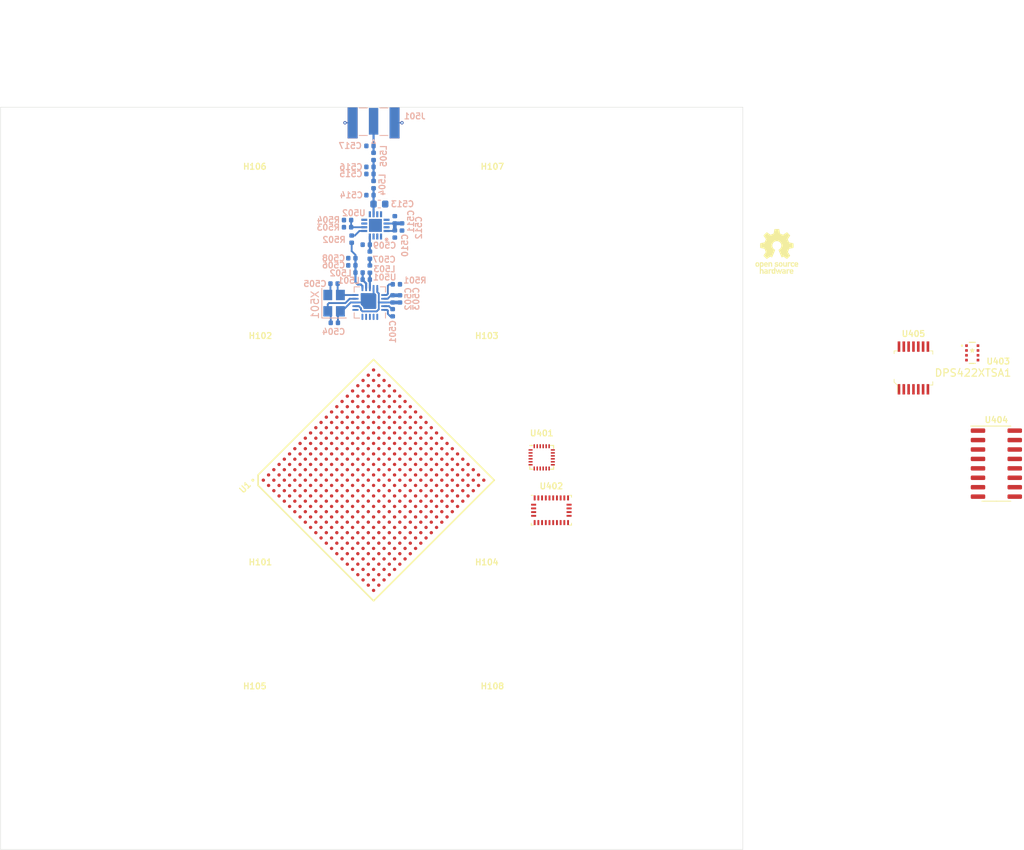
<source format=kicad_pcb>
(kicad_pcb (version 20171130) (host pcbnew "(5.1.6)-1")
  (layers (0 F.Cu signal) (1 In1.Cu signal hide) (2 In2.Cu signal) (31 B.Cu signal) (34 B.Paste user) (35 F.Paste user) (36 B.SilkS user) (37 F.SilkS user) (38 B.Mask user) (39 F.Mask user) (44 Edge.Cuts user))
  (net 0 "")
  (net 1 GND)
  (net 2 "Net-(C501-Pad1)")
  (net 3 +3V3)
  (net 4 "Net-(C504-Pad2)")
  (net 5 "Net-(C505-Pad2)")
  (net 6 "/nRF24L01+ Radio module/VDD_PA")
  (net 7 "Net-(C507-Pad2)")
  (net 8 "Net-(C507-Pad1)")
  (net 9 "Net-(C513-Pad2)")
  (net 10 "Net-(C515-Pad2)")
  (net 11 "Net-(C517-Pad2)")
  (net 12 "Net-(L501-Pad2)")
  (net 13 "Net-(L501-Pad1)")
  (net 14 "Net-(R501-Pad1)")
  (net 15 "Net-(R502-Pad2)")
  (net 16 "Net-(R503-Pad2)")
  (net 17 nRF_CE)
  (net 18 "Net-(U1-PadAB22)")
  (net 19 "Net-(U1-PadAB21)")
  (net 20 "Net-(U1-PadAB20)")
  (net 21 "Net-(U1-PadAB19)")
  (net 22 "Net-(U1-PadAB18)")
  (net 23 "Net-(U1-PadAB17)")
  (net 24 "Net-(U1-PadAB16)")
  (net 25 "Net-(U1-PadAB15)")
  (net 26 "Net-(U1-PadAB14)")
  (net 27 "Net-(U1-PadAB13)")
  (net 28 "Net-(U1-PadAB12)")
  (net 29 "Net-(U1-PadAB11)")
  (net 30 "Net-(U1-PadAB10)")
  (net 31 "Net-(U1-PadAB9)")
  (net 32 "Net-(U1-PadAB8)")
  (net 33 "Net-(U1-PadAB7)")
  (net 34 "Net-(U1-PadAB6)")
  (net 35 "Net-(U1-PadAB5)")
  (net 36 "Net-(U1-PadAB4)")
  (net 37 "Net-(U1-PadAB3)")
  (net 38 "Net-(U1-PadAB2)")
  (net 39 "Net-(U1-PadAB1)")
  (net 40 "Net-(U1-PadAA22)")
  (net 41 "Net-(U1-PadAA21)")
  (net 42 "Net-(U1-PadAA20)")
  (net 43 "Net-(U1-PadAA19)")
  (net 44 "Net-(U1-PadAA18)")
  (net 45 "Net-(U1-PadAA17)")
  (net 46 "Net-(U1-PadAA16)")
  (net 47 "Net-(U1-PadAA15)")
  (net 48 "Net-(U1-PadAA14)")
  (net 49 "Net-(U1-PadAA13)")
  (net 50 "Net-(U1-PadAA12)")
  (net 51 "Net-(U1-PadAA11)")
  (net 52 "Net-(U1-PadAA10)")
  (net 53 "Net-(U1-PadAA9)")
  (net 54 "Net-(U1-PadAA8)")
  (net 55 "Net-(U1-PadAA7)")
  (net 56 "Net-(U1-PadAA6)")
  (net 57 "Net-(U1-PadAA5)")
  (net 58 "Net-(U1-PadAA4)")
  (net 59 "Net-(U1-PadAA3)")
  (net 60 "Net-(U1-PadAA2)")
  (net 61 "Net-(U1-PadAA1)")
  (net 62 "Net-(U1-PadY22)")
  (net 63 "Net-(U1-PadY21)")
  (net 64 "Net-(U1-PadY20)")
  (net 65 "Net-(U1-PadY19)")
  (net 66 "Net-(U1-PadY18)")
  (net 67 "Net-(U1-PadY17)")
  (net 68 "Net-(U1-PadY16)")
  (net 69 "Net-(U1-PadY15)")
  (net 70 "Net-(U1-PadY14)")
  (net 71 "Net-(U1-PadY13)")
  (net 72 "Net-(U1-PadY12)")
  (net 73 "Net-(U1-PadY11)")
  (net 74 "Net-(U1-PadY10)")
  (net 75 "Net-(U1-PadY9)")
  (net 76 "Net-(U1-PadY8)")
  (net 77 "Net-(U1-PadY7)")
  (net 78 "Net-(U1-PadY6)")
  (net 79 "Net-(U1-PadY5)")
  (net 80 "Net-(U1-PadY4)")
  (net 81 "Net-(U1-PadY3)")
  (net 82 "Net-(U1-PadY2)")
  (net 83 "Net-(U1-PadY1)")
  (net 84 "Net-(U1-PadW22)")
  (net 85 "Net-(U1-PadW21)")
  (net 86 "Net-(U1-PadW20)")
  (net 87 "Net-(U1-PadW19)")
  (net 88 "Net-(U1-PadW18)")
  (net 89 "Net-(U1-PadW17)")
  (net 90 "Net-(U1-PadW16)")
  (net 91 "Net-(U1-PadW15)")
  (net 92 "Net-(U1-PadW14)")
  (net 93 "Net-(U1-PadW13)")
  (net 94 "Net-(U1-PadW12)")
  (net 95 "Net-(U1-PadW11)")
  (net 96 "Net-(U1-PadW10)")
  (net 97 "Net-(U1-PadW9)")
  (net 98 "Net-(U1-PadW8)")
  (net 99 "Net-(U1-PadW7)")
  (net 100 "Net-(U1-PadW6)")
  (net 101 "Net-(U1-PadW5)")
  (net 102 "Net-(U1-PadW4)")
  (net 103 "Net-(U1-PadW3)")
  (net 104 "Net-(U1-PadW2)")
  (net 105 "Net-(U1-PadW1)")
  (net 106 "Net-(U1-PadV22)")
  (net 107 "Net-(U1-PadV21)")
  (net 108 "Net-(U1-PadV20)")
  (net 109 "Net-(U1-PadV19)")
  (net 110 "Net-(U1-PadV18)")
  (net 111 "Net-(U1-PadV17)")
  (net 112 "Net-(U1-PadV16)")
  (net 113 "Net-(U1-PadV15)")
  (net 114 "Net-(U1-PadV14)")
  (net 115 "Net-(U1-PadV13)")
  (net 116 "Net-(U1-PadV12)")
  (net 117 "Net-(U1-PadV11)")
  (net 118 "Net-(U1-PadV10)")
  (net 119 "Net-(U1-PadV9)")
  (net 120 "Net-(U1-PadV8)")
  (net 121 "Net-(U1-PadV7)")
  (net 122 "Net-(U1-PadV6)")
  (net 123 "Net-(U1-PadV5)")
  (net 124 "Net-(U1-PadV4)")
  (net 125 "Net-(U1-PadV3)")
  (net 126 "Net-(U1-PadV2)")
  (net 127 "Net-(U1-PadV1)")
  (net 128 "Net-(U1-PadU22)")
  (net 129 "Net-(U1-PadU21)")
  (net 130 "Net-(U1-PadU20)")
  (net 131 "Net-(U1-PadU19)")
  (net 132 "Net-(U1-PadU18)")
  (net 133 "Net-(U1-PadU17)")
  (net 134 "Net-(U1-PadU16)")
  (net 135 "Net-(U1-PadU15)")
  (net 136 "Net-(U1-PadU14)")
  (net 137 "Net-(U1-PadU13)")
  (net 138 "Net-(U1-PadU12)")
  (net 139 "Net-(U1-PadU11)")
  (net 140 "Net-(U1-PadU10)")
  (net 141 "Net-(U1-PadU9)")
  (net 142 "Net-(U1-PadU8)")
  (net 143 "Net-(U1-PadU7)")
  (net 144 "Net-(U1-PadU6)")
  (net 145 "Net-(U1-PadU5)")
  (net 146 "Net-(U1-PadU4)")
  (net 147 "Net-(U1-PadU3)")
  (net 148 "Net-(U1-PadU2)")
  (net 149 "Net-(U1-PadU1)")
  (net 150 "Net-(U1-PadT22)")
  (net 151 "Net-(U1-PadT21)")
  (net 152 "Net-(U1-PadT20)")
  (net 153 "Net-(U1-PadT19)")
  (net 154 "Net-(U1-PadT18)")
  (net 155 "Net-(U1-PadT17)")
  (net 156 "Net-(U1-PadT16)")
  (net 157 "Net-(U1-PadT15)")
  (net 158 "Net-(U1-PadT14)")
  (net 159 "Net-(U1-PadT13)")
  (net 160 "Net-(U1-PadT12)")
  (net 161 "Net-(U1-PadT11)")
  (net 162 "Net-(U1-PadT10)")
  (net 163 "Net-(U1-PadT9)")
  (net 164 "Net-(U1-PadT8)")
  (net 165 "Net-(U1-PadT7)")
  (net 166 "Net-(U1-PadT6)")
  (net 167 "Net-(U1-PadT5)")
  (net 168 "Net-(U1-PadT4)")
  (net 169 "Net-(U1-PadT3)")
  (net 170 "Net-(U1-PadT2)")
  (net 171 "Net-(U1-PadT1)")
  (net 172 "Net-(U1-PadR22)")
  (net 173 "Net-(U1-PadR21)")
  (net 174 "Net-(U1-PadR20)")
  (net 175 "Net-(U1-PadR19)")
  (net 176 "Net-(U1-PadR18)")
  (net 177 "Net-(U1-PadR17)")
  (net 178 "Net-(U1-PadR16)")
  (net 179 "Net-(U1-PadR15)")
  (net 180 "Net-(U1-PadR14)")
  (net 181 "Net-(U1-PadR13)")
  (net 182 "Net-(U1-PadR12)")
  (net 183 "Net-(U1-PadR11)")
  (net 184 "Net-(U1-PadR10)")
  (net 185 "Net-(U1-PadR9)")
  (net 186 "Net-(U1-PadR8)")
  (net 187 "Net-(U1-PadR7)")
  (net 188 "Net-(U1-PadR6)")
  (net 189 "Net-(U1-PadR5)")
  (net 190 "Net-(U1-PadR4)")
  (net 191 "Net-(U1-PadR3)")
  (net 192 "Net-(U1-PadR2)")
  (net 193 "Net-(U1-PadR1)")
  (net 194 "Net-(U1-PadP22)")
  (net 195 "Net-(U1-PadP21)")
  (net 196 "Net-(U1-PadP20)")
  (net 197 "Net-(U1-PadP19)")
  (net 198 "Net-(U1-PadP18)")
  (net 199 "Net-(U1-PadP17)")
  (net 200 "Net-(U1-PadP16)")
  (net 201 "Net-(U1-PadP15)")
  (net 202 "Net-(U1-PadP14)")
  (net 203 "Net-(U1-PadP13)")
  (net 204 "Net-(U1-PadP12)")
  (net 205 "Net-(U1-PadP11)")
  (net 206 "Net-(U1-PadP10)")
  (net 207 "Net-(U1-PadP9)")
  (net 208 "Net-(U1-PadP8)")
  (net 209 "Net-(U1-PadP7)")
  (net 210 "Net-(U1-PadP6)")
  (net 211 "Net-(U1-PadP5)")
  (net 212 "Net-(U1-PadP4)")
  (net 213 "Net-(U1-PadP3)")
  (net 214 "Net-(U1-PadP2)")
  (net 215 "Net-(U1-PadP1)")
  (net 216 "Net-(U1-PadN22)")
  (net 217 "Net-(U1-PadN21)")
  (net 218 "Net-(U1-PadN20)")
  (net 219 "Net-(U1-PadN19)")
  (net 220 "Net-(U1-PadN18)")
  (net 221 "Net-(U1-PadN17)")
  (net 222 "Net-(U1-PadN16)")
  (net 223 "Net-(U1-PadN15)")
  (net 224 "Net-(U1-PadN14)")
  (net 225 "Net-(U1-PadN13)")
  (net 226 "Net-(U1-PadN12)")
  (net 227 "Net-(U1-PadN11)")
  (net 228 "Net-(U1-PadN10)")
  (net 229 "Net-(U1-PadN9)")
  (net 230 "Net-(U1-PadN8)")
  (net 231 "Net-(U1-PadN7)")
  (net 232 "Net-(U1-PadN6)")
  (net 233 "Net-(U1-PadN5)")
  (net 234 "Net-(U1-PadN4)")
  (net 235 "Net-(U1-PadN3)")
  (net 236 "Net-(U1-PadN2)")
  (net 237 "Net-(U1-PadN1)")
  (net 238 "Net-(U1-PadM22)")
  (net 239 "Net-(U1-PadM21)")
  (net 240 "Net-(U1-PadM20)")
  (net 241 "Net-(U1-PadM19)")
  (net 242 "Net-(U1-PadM18)")
  (net 243 "Net-(U1-PadM17)")
  (net 244 "Net-(U1-PadM16)")
  (net 245 "Net-(U1-PadM15)")
  (net 246 "Net-(U1-PadM14)")
  (net 247 "Net-(U1-PadM13)")
  (net 248 "Net-(U1-PadM12)")
  (net 249 "Net-(U1-PadM11)")
  (net 250 "Net-(U1-PadM10)")
  (net 251 "Net-(U1-PadM9)")
  (net 252 "Net-(U1-PadM8)")
  (net 253 "Net-(U1-PadM7)")
  (net 254 "Net-(U1-PadM6)")
  (net 255 "Net-(U1-PadM5)")
  (net 256 "Net-(U1-PadM4)")
  (net 257 "Net-(U1-PadM3)")
  (net 258 "Net-(U1-PadM2)")
  (net 259 "Net-(U1-PadM1)")
  (net 260 "Net-(U1-PadL22)")
  (net 261 "Net-(U1-PadL21)")
  (net 262 "Net-(U1-PadL20)")
  (net 263 "Net-(U1-PadL19)")
  (net 264 "Net-(U1-PadL18)")
  (net 265 "Net-(U1-PadL17)")
  (net 266 "Net-(U1-PadL16)")
  (net 267 "Net-(U1-PadL15)")
  (net 268 "Net-(U1-PadL14)")
  (net 269 "Net-(U1-PadL13)")
  (net 270 "Net-(U1-PadL12)")
  (net 271 "Net-(U1-PadL11)")
  (net 272 "Net-(U1-PadL10)")
  (net 273 "Net-(U1-PadL9)")
  (net 274 "Net-(U1-PadL8)")
  (net 275 "Net-(U1-PadL7)")
  (net 276 "Net-(U1-PadL6)")
  (net 277 "Net-(U1-PadL5)")
  (net 278 "Net-(U1-PadL4)")
  (net 279 "Net-(U1-PadL3)")
  (net 280 "Net-(U1-PadL2)")
  (net 281 "Net-(U1-PadL1)")
  (net 282 "Net-(U1-PadK22)")
  (net 283 "Net-(U1-PadK21)")
  (net 284 "Net-(U1-PadK20)")
  (net 285 "Net-(U1-PadK19)")
  (net 286 "Net-(U1-PadK18)")
  (net 287 "Net-(U1-PadK17)")
  (net 288 "Net-(U1-PadK16)")
  (net 289 "Net-(U1-PadK15)")
  (net 290 "Net-(U1-PadK14)")
  (net 291 "Net-(U1-PadK13)")
  (net 292 "Net-(U1-PadK12)")
  (net 293 "Net-(U1-PadK11)")
  (net 294 "Net-(U1-PadK10)")
  (net 295 "Net-(U1-PadK9)")
  (net 296 "Net-(U1-PadK8)")
  (net 297 "Net-(U1-PadK7)")
  (net 298 "Net-(U1-PadK6)")
  (net 299 "Net-(U1-PadK5)")
  (net 300 "Net-(U1-PadK4)")
  (net 301 "Net-(U1-PadK3)")
  (net 302 "Net-(U1-PadK2)")
  (net 303 "Net-(U1-PadK1)")
  (net 304 "Net-(U1-PadJ22)")
  (net 305 "Net-(U1-PadJ21)")
  (net 306 "Net-(U1-PadJ20)")
  (net 307 "Net-(U1-PadJ19)")
  (net 308 "Net-(U1-PadJ18)")
  (net 309 "Net-(U1-PadJ17)")
  (net 310 "Net-(U1-PadJ16)")
  (net 311 "Net-(U1-PadJ15)")
  (net 312 "Net-(U1-PadJ14)")
  (net 313 "Net-(U1-PadJ13)")
  (net 314 "Net-(U1-PadJ12)")
  (net 315 "Net-(U1-PadJ11)")
  (net 316 "Net-(U1-PadJ10)")
  (net 317 "Net-(U1-PadJ9)")
  (net 318 "Net-(U1-PadJ8)")
  (net 319 "Net-(U1-PadJ7)")
  (net 320 "Net-(U1-PadJ6)")
  (net 321 "Net-(U1-PadJ5)")
  (net 322 "Net-(U1-PadJ4)")
  (net 323 "Net-(U1-PadJ3)")
  (net 324 "Net-(U1-PadJ2)")
  (net 325 "Net-(U1-PadJ1)")
  (net 326 "Net-(U1-PadH22)")
  (net 327 "Net-(U1-PadH21)")
  (net 328 "Net-(U1-PadH20)")
  (net 329 "Net-(U1-PadH19)")
  (net 330 "Net-(U1-PadH18)")
  (net 331 "Net-(U1-PadH17)")
  (net 332 "Net-(U1-PadH16)")
  (net 333 "Net-(U1-PadH15)")
  (net 334 "Net-(U1-PadH14)")
  (net 335 "Net-(U1-PadH13)")
  (net 336 "Net-(U1-PadH12)")
  (net 337 "Net-(U1-PadH11)")
  (net 338 "Net-(U1-PadH10)")
  (net 339 "Net-(U1-PadH9)")
  (net 340 "Net-(U1-PadH8)")
  (net 341 "Net-(U1-PadH7)")
  (net 342 "Net-(U1-PadH6)")
  (net 343 "Net-(U1-PadH5)")
  (net 344 "Net-(U1-PadH4)")
  (net 345 "Net-(U1-PadH3)")
  (net 346 "Net-(U1-PadH2)")
  (net 347 "Net-(U1-PadH1)")
  (net 348 "Net-(U1-PadG22)")
  (net 349 "Net-(U1-PadG21)")
  (net 350 "Net-(U1-PadG20)")
  (net 351 "Net-(U1-PadG19)")
  (net 352 "Net-(U1-PadG18)")
  (net 353 "Net-(U1-PadG17)")
  (net 354 "Net-(U1-PadG16)")
  (net 355 "Net-(U1-PadG15)")
  (net 356 "Net-(U1-PadG14)")
  (net 357 "Net-(U1-PadG13)")
  (net 358 "Net-(U1-PadG12)")
  (net 359 "Net-(U1-PadG11)")
  (net 360 "Net-(U1-PadG10)")
  (net 361 "Net-(U1-PadG9)")
  (net 362 "Net-(U1-PadG8)")
  (net 363 "Net-(U1-PadG7)")
  (net 364 "Net-(U1-PadG6)")
  (net 365 "Net-(U1-PadG5)")
  (net 366 "Net-(U1-PadG4)")
  (net 367 "Net-(U1-PadG3)")
  (net 368 "Net-(U1-PadG2)")
  (net 369 "Net-(U1-PadG1)")
  (net 370 "Net-(U1-PadF22)")
  (net 371 "Net-(U1-PadF21)")
  (net 372 "Net-(U1-PadF20)")
  (net 373 "Net-(U1-PadF19)")
  (net 374 "Net-(U1-PadF18)")
  (net 375 "Net-(U1-PadF17)")
  (net 376 "Net-(U1-PadF16)")
  (net 377 "Net-(U1-PadF15)")
  (net 378 "Net-(U1-PadF14)")
  (net 379 "Net-(U1-PadF13)")
  (net 380 "Net-(U1-PadF12)")
  (net 381 "Net-(U1-PadF11)")
  (net 382 "Net-(U1-PadF10)")
  (net 383 "Net-(U1-PadF9)")
  (net 384 "Net-(U1-PadF8)")
  (net 385 "Net-(U1-PadF7)")
  (net 386 "Net-(U1-PadF6)")
  (net 387 "Net-(U1-PadF5)")
  (net 388 "Net-(U1-PadF4)")
  (net 389 "Net-(U1-PadF3)")
  (net 390 "Net-(U1-PadF2)")
  (net 391 "Net-(U1-PadF1)")
  (net 392 "Net-(U1-PadE22)")
  (net 393 "Net-(U1-PadE21)")
  (net 394 "Net-(U1-PadE20)")
  (net 395 "Net-(U1-PadE19)")
  (net 396 "Net-(U1-PadE18)")
  (net 397 "Net-(U1-PadE17)")
  (net 398 "Net-(U1-PadE16)")
  (net 399 "Net-(U1-PadE15)")
  (net 400 "Net-(U1-PadE14)")
  (net 401 "Net-(U1-PadE13)")
  (net 402 "Net-(U1-PadE12)")
  (net 403 "Net-(U1-PadE11)")
  (net 404 "Net-(U1-PadE10)")
  (net 405 "Net-(U1-PadE9)")
  (net 406 "Net-(U1-PadE8)")
  (net 407 "Net-(U1-PadE7)")
  (net 408 "Net-(U1-PadE6)")
  (net 409 "Net-(U1-PadE5)")
  (net 410 "Net-(U1-PadE4)")
  (net 411 "Net-(U1-PadE3)")
  (net 412 "Net-(U1-PadE2)")
  (net 413 "Net-(U1-PadE1)")
  (net 414 "Net-(U1-PadD22)")
  (net 415 "Net-(U1-PadD21)")
  (net 416 "Net-(U1-PadD20)")
  (net 417 "Net-(U1-PadD19)")
  (net 418 "Net-(U1-PadD18)")
  (net 419 "Net-(U1-PadD17)")
  (net 420 "Net-(U1-PadD16)")
  (net 421 "Net-(U1-PadD15)")
  (net 422 "Net-(U1-PadD14)")
  (net 423 "Net-(U1-PadD13)")
  (net 424 "Net-(U1-PadD12)")
  (net 425 "Net-(U1-PadD11)")
  (net 426 "Net-(U1-PadD10)")
  (net 427 "Net-(U1-PadD9)")
  (net 428 "Net-(U1-PadD8)")
  (net 429 "Net-(U1-PadD7)")
  (net 430 "Net-(U1-PadD6)")
  (net 431 "Net-(U1-PadD5)")
  (net 432 "Net-(U1-PadD4)")
  (net 433 "Net-(U1-PadD3)")
  (net 434 "Net-(U1-PadD2)")
  (net 435 "Net-(U1-PadD1)")
  (net 436 "Net-(U1-PadC22)")
  (net 437 "Net-(U1-PadC21)")
  (net 438 "Net-(U1-PadC20)")
  (net 439 "Net-(U1-PadC19)")
  (net 440 "Net-(U1-PadC18)")
  (net 441 "Net-(U1-PadC17)")
  (net 442 "Net-(U1-PadC16)")
  (net 443 "Net-(U1-PadC15)")
  (net 444 "Net-(U1-PadC14)")
  (net 445 "Net-(U1-PadC13)")
  (net 446 "Net-(U1-PadC12)")
  (net 447 "Net-(U1-PadC11)")
  (net 448 "Net-(U1-PadC10)")
  (net 449 "Net-(U1-PadC9)")
  (net 450 "Net-(U1-PadC8)")
  (net 451 "Net-(U1-PadC7)")
  (net 452 "Net-(U1-PadC6)")
  (net 453 "Net-(U1-PadC5)")
  (net 454 "Net-(U1-PadC4)")
  (net 455 "Net-(U1-PadC3)")
  (net 456 "Net-(U1-PadC2)")
  (net 457 "Net-(U1-PadC1)")
  (net 458 "Net-(U1-PadB22)")
  (net 459 "Net-(U1-PadB21)")
  (net 460 "Net-(U1-PadB20)")
  (net 461 "Net-(U1-PadB19)")
  (net 462 "Net-(U1-PadB18)")
  (net 463 "Net-(U1-PadB17)")
  (net 464 "Net-(U1-PadB16)")
  (net 465 "Net-(U1-PadB15)")
  (net 466 "Net-(U1-PadB14)")
  (net 467 "Net-(U1-PadB13)")
  (net 468 "Net-(U1-PadB12)")
  (net 469 "Net-(U1-PadB11)")
  (net 470 "Net-(U1-PadB10)")
  (net 471 "Net-(U1-PadB9)")
  (net 472 "Net-(U1-PadB8)")
  (net 473 "Net-(U1-PadB7)")
  (net 474 "Net-(U1-PadB6)")
  (net 475 "Net-(U1-PadB5)")
  (net 476 "Net-(U1-PadB4)")
  (net 477 "Net-(U1-PadB3)")
  (net 478 "Net-(U1-PadB2)")
  (net 479 "Net-(U1-PadB1)")
  (net 480 "Net-(U1-PadA22)")
  (net 481 "Net-(U1-PadA21)")
  (net 482 "Net-(U1-PadA20)")
  (net 483 "Net-(U1-PadA19)")
  (net 484 "Net-(U1-PadA18)")
  (net 485 "Net-(U1-PadA17)")
  (net 486 "Net-(U1-PadA16)")
  (net 487 "Net-(U1-PadA15)")
  (net 488 "Net-(U1-PadA14)")
  (net 489 "Net-(U1-PadA13)")
  (net 490 "Net-(U1-PadA12)")
  (net 491 "Net-(U1-PadA11)")
  (net 492 "Net-(U1-PadA10)")
  (net 493 "Net-(U1-PadA9)")
  (net 494 "Net-(U1-PadA8)")
  (net 495 "Net-(U1-PadA7)")
  (net 496 "Net-(U1-PadA6)")
  (net 497 "Net-(U1-PadA5)")
  (net 498 "Net-(U1-PadA4)")
  (net 499 "Net-(U1-PadA3)")
  (net 500 "Net-(U1-PadA2)")
  (net 501 "Net-(U1-PadA1)")
  (net 502 "Net-(U401-Pad24)")
  (net 503 "Net-(U401-Pad23)")
  (net 504 "Net-(U401-Pad22)")
  (net 505 "Net-(U401-Pad21)")
  (net 506 "Net-(U401-Pad18)")
  (net 507 "Net-(U401-Pad19)")
  (net 508 "Net-(U401-Pad17)")
  (net 509 "Net-(U401-Pad16)")
  (net 510 "Net-(U401-Pad15)")
  (net 511 "Net-(U401-Pad14)")
  (net 512 "Net-(U401-Pad13)")
  (net 513 "Net-(U401-Pad12)")
  (net 514 "Net-(U401-Pad11)")
  (net 515 "Net-(U401-Pad10)")
  (net 516 "Net-(U401-Pad9)")
  (net 517 "Net-(U401-Pad8)")
  (net 518 "Net-(U401-Pad7)")
  (net 519 "Net-(U401-Pad6)")
  (net 520 "Net-(U401-Pad5)")
  (net 521 "Net-(U401-Pad4)")
  (net 522 "Net-(U401-Pad3)")
  (net 523 "Net-(U401-Pad2)")
  (net 524 "Net-(U401-Pad1)")
  (net 525 "Net-(U402-Pad15)")
  (net 526 "Net-(U402-Pad17)")
  (net 527 "Net-(U402-Pad18)")
  (net 528 "Net-(U402-Pad14)")
  (net 529 "Net-(U402-Pad13)")
  (net 530 "Net-(U402-Pad12)")
  (net 531 "Net-(U402-Pad11)")
  (net 532 "Net-(U402-Pad10)")
  (net 533 "Net-(U402-Pad9)")
  (net 534 "Net-(U402-Pad8)")
  (net 535 "Net-(U402-Pad7)")
  (net 536 "Net-(U402-Pad20)")
  (net 537 "Net-(U402-Pad21)")
  (net 538 "Net-(U402-Pad22)")
  (net 539 "Net-(U402-Pad23)")
  (net 540 "Net-(U402-Pad24)")
  (net 541 "Net-(U402-Pad26)")
  (net 542 "Net-(U402-Pad27)")
  (net 543 "Net-(U402-Pad28)")
  (net 544 "Net-(U402-Pad5)")
  (net 545 "Net-(U402-Pad4)")
  (net 546 "Net-(U402-Pad3)")
  (net 547 "Net-(U402-Pad1)")
  (net 548 "Net-(U402-Pad2)")
  (net 549 "Net-(U402-Pad6)")
  (net 550 "Net-(U402-Pad19)")
  (net 551 "Net-(U403-Pad1)")
  (net 552 "Net-(U403-Pad2)")
  (net 553 "Net-(U403-Pad3)")
  (net 554 "Net-(U403-Pad4)")
  (net 555 "Net-(U403-Pad5)")
  (net 556 "Net-(U403-Pad6)")
  (net 557 "Net-(U403-Pad7)")
  (net 558 "Net-(U403-Pad8)")
  (net 559 "Net-(U404-Pad16)")
  (net 560 "Net-(U404-Pad15)")
  (net 561 "Net-(U404-Pad14)")
  (net 562 "Net-(U404-Pad13)")
  (net 563 "Net-(U404-Pad12)")
  (net 564 "Net-(U404-Pad11)")
  (net 565 "Net-(U404-Pad10)")
  (net 566 "Net-(U404-Pad9)")
  (net 567 "Net-(U404-Pad8)")
  (net 568 "Net-(U404-Pad7)")
  (net 569 "Net-(U404-Pad6)")
  (net 570 "Net-(U404-Pad5)")
  (net 571 "Net-(U404-Pad4)")
  (net 572 "Net-(U404-Pad3)")
  (net 573 "Net-(U404-Pad2)")
  (net 574 "Net-(U404-Pad1)")
  (net 575 "Net-(U405-Pad8)")
  (net 576 "Net-(U405-Pad9)")
  (net 577 "Net-(U405-Pad10)")
  (net 578 "Net-(U405-Pad11)")
  (net 579 "Net-(U405-Pad12)")
  (net 580 "Net-(U405-Pad13)")
  (net 581 "Net-(U405-Pad14)")
  (net 582 "Net-(U405-Pad7)")
  (net 583 "Net-(U405-Pad6)")
  (net 584 "Net-(U405-Pad5)")
  (net 585 "Net-(U405-Pad4)")
  (net 586 "Net-(U405-Pad3)")
  (net 587 "Net-(U405-Pad2)")
  (net 588 "Net-(U405-Pad1)")
  (net 589 nRF_IRQ)
  (net 590 nRF_MISO)
  (net 591 nRF_MOSI)
  (net 592 nRF_SCLK)
  (net 593 nRF_CSn)
  (net 594 "Net-(U502-Pad15)")
  (net 595 "Net-(U502-Pad13)")
  (module Package_DFN_QFN:QFN-20-1EP_4x4mm_P0.5mm_EP2.5x2.5mm (layer B.Cu) (at 149.75 76.3075 90)
    (fp_text reference U501 (at 3.3875 1.99) (layer B.SilkS) (effects (font (size 0.8 0.8) (thickness 0.16)) (justify mirror)))
    (fp_text value nRF24L01P)
    (pad 20 smd roundrect (at -1 1.9375 90) (size 0.25 0.825) (layers B.Cu B.Paste B.Mask) (net 1 GND))
    (pad 19 smd roundrect (at -0.5 1.9375 90) (size 0.25 0.825) (layers B.Cu B.Paste B.Mask) (net 2 "Net-(C501-Pad1)"))
    (pad 18 smd roundrect (at 0 1.9375 90) (size 0.25 0.825) (layers B.Cu B.Paste B.Mask) (net 3 +3V3))
    (pad 17 smd roundrect (at 0.5 1.9375 90) (size 0.25 0.825) (layers B.Cu B.Paste B.Mask) (net 1 GND))
    (pad 16 smd roundrect (at 1 1.9375 90) (size 0.25 0.825) (layers B.Cu B.Paste B.Mask) (net 14 "Net-(R501-Pad1)"))
    (pad 15 smd roundrect (at 1.9375 1 90) (size 0.825 0.25) (layers B.Cu B.Paste B.Mask) (net 3 +3V3))
    (pad 14 smd roundrect (at 1.9375 0.5 90) (size 0.825 0.25) (layers B.Cu B.Paste B.Mask) (net 1 GND))
    (pad 13 smd roundrect (at 1.9375 0 90) (size 0.825 0.25) (layers B.Cu B.Paste B.Mask) (net 12 "Net-(L501-Pad2)"))
    (pad 12 smd roundrect (at 1.9375 -0.5 90) (size 0.825 0.25) (layers B.Cu B.Paste B.Mask) (net 13 "Net-(L501-Pad1)"))
    (pad 11 smd roundrect (at 1.9375 -1 90) (size 0.825 0.25) (layers B.Cu B.Paste B.Mask) (net 6 "/nRF24L01+ Radio module/VDD_PA"))
    (pad 10 smd roundrect (at 1 -1.9375 90) (size 0.25 0.825) (layers B.Cu B.Paste B.Mask) (net 5 "Net-(C505-Pad2)"))
    (pad 9 smd roundrect (at 0.5 -1.9375 90) (size 0.25 0.825) (layers B.Cu B.Paste B.Mask) (net 4 "Net-(C504-Pad2)"))
    (pad 8 smd roundrect (at 0 -1.9375 90) (size 0.25 0.825) (layers B.Cu B.Paste B.Mask) (net 1 GND))
    (pad 7 smd roundrect (at -0.5 -1.9375 90) (size 0.25 0.825) (layers B.Cu B.Paste B.Mask) (net 3 +3V3))
    (pad 6 smd roundrect (at -1 -1.9375 90) (size 0.25 0.825) (layers B.Cu B.Paste B.Mask) (net 589 nRF_IRQ))
    (pad 5 smd roundrect (at -1.9375 -1 90) (size 0.825 0.25) (layers B.Cu B.Paste B.Mask) (net 590 nRF_MISO))
    (pad 4 smd roundrect (at -1.9375 -0.5 90) (size 0.825 0.25) (layers B.Cu B.Paste B.Mask) (net 591 nRF_MOSI))
    (pad 3 smd roundrect (at -1.9375 0 90) (size 0.825 0.25) (layers B.Cu B.Paste B.Mask) (net 592 nRF_SCLK))
    (pad 2 smd roundrect (at -1.9375 0.5 90) (size 0.825 0.25) (layers B.Cu B.Paste B.Mask) (net 593 nRF_CSn))
    (pad 1 smd roundrect (at -1.9375 1 90) (size 0.825 0.25) (layers B.Cu B.Paste B.Mask) (net 17 nRF_CE))
  )
  (module Crystal:Crystal_SMD_3225-4Pin_3.2x2.5mm (layer B.Cu) (at 144.93 76.4 90)
    (fp_text reference X501 (at -0.25 -2.56 90) (layer B.SilkS) (effects (justify mirror)))
    (fp_text value 16MHz)
    (pad 4 smd rect (at -1.1 0.85 90) (size 1.4 1.2) (layers B.Cu B.Paste B.Mask) (net 1 GND))
    (pad 3 smd rect (at 1.1 0.85 90) (size 1.4 1.2) (layers B.Cu B.Paste B.Mask) (net 5 "Net-(C505-Pad2)"))
    (pad 2 smd rect (at 1.1 -0.85 90) (size 1.4 1.2) (layers B.Cu B.Paste B.Mask) (net 1 GND))
    (pad 1 smd rect (at -1.1 -0.85 90) (size 1.4 1.2) (layers B.Cu B.Paste B.Mask) (net 4 "Net-(C504-Pad2)"))
  )
  (module MountingHole:MountingHole_6mm (layer F.Cu) (at 166.25 135)
    (fp_text reference H108 (at 0 -7) (layer F.SilkS) (effects (font (size 0.8 0.8) (thickness 0.16))))
    (fp_text value MountingHole)
    (pad 1 np_thru_hole circle (at 0 0) (size 6 6) (drill 6) (layers *.Cu *.Mask))
  )
  (module MountingHole:MountingHole_6mm (layer F.Cu) (at 166.25 65)
    (fp_text reference H107 (at 0 -7) (layer F.SilkS) (effects (font (size 0.8 0.8) (thickness 0.16))))
    (fp_text value MountingHole)
    (pad 1 np_thru_hole circle (at 0 0) (size 6 6) (drill 6) (layers *.Cu *.Mask))
  )
  (module MountingHole:MountingHole_6mm (layer F.Cu) (at 134.25 65)
    (fp_text reference H106 (at 0 -7) (layer F.SilkS) (effects (font (size 0.8 0.8) (thickness 0.16))))
    (fp_text value MountingHole)
    (pad 1 np_thru_hole circle (at 0 0) (size 6 6) (drill 6) (layers *.Cu *.Mask))
  )
  (module MountingHole:MountingHole_6mm (layer F.Cu) (at 134.25 135)
    (fp_text reference H105 (at 0 -7) (layer F.SilkS) (effects (font (size 0.8 0.8) (thickness 0.16))))
    (fp_text value MountingHole)
    (pad 1 np_thru_hole circle (at 0 0) (size 6 6) (drill 6) (layers *.Cu *.Mask))
  )
  (module MountingHole:MountingHole_3.2mm_M3 (layer F.Cu) (at 165.5 115.5)
    (fp_text reference H104 (at 0 -4.2) (layer F.SilkS) (effects (font (size 0.8 0.8) (thickness 0.16))))
    (fp_text value MountingHole)
    (pad 1 np_thru_hole circle (at 0 0) (size 3.2 3.2) (drill 3.2) (layers *.Cu *.Mask))
  )
  (module MountingHole:MountingHole_3.2mm_M3 (layer F.Cu) (at 165.5 85)
    (fp_text reference H103 (at 0 -4.2) (layer F.SilkS) (effects (font (size 0.8 0.8) (thickness 0.16))))
    (fp_text value MountingHole)
    (pad 1 np_thru_hole circle (at 0 0) (size 3.2 3.2) (drill 3.2) (layers *.Cu *.Mask))
  )
  (module MountingHole:MountingHole_3.2mm_M3 (layer F.Cu) (at 135 85)
    (fp_text reference H102 (at 0 -4.2) (layer F.SilkS) (effects (font (size 0.8 0.8) (thickness 0.16))))
    (fp_text value MountingHole)
    (pad 1 np_thru_hole circle (at 0 0) (size 3.2 3.2) (drill 3.2) (layers *.Cu *.Mask))
  )
  (module MountingHole:MountingHole_3.2mm_M3 (layer F.Cu) (at 135 115.5)
    (fp_text reference H101 (at 0 -4.2) (layer F.SilkS) (effects (font (size 0.8 0.8) (thickness 0.16))))
    (fp_text value MountingHole hide)
    (pad 1 np_thru_hole circle (at 0 0) (size 3.2 3.2) (drill 3.2) (layers *.Cu *.Mask))
  )
  (module Sensor_Motion:InvenSense_QFN-24_3x3mm_P0.4mm (layer F.Cu) (at 172.9 97.175)
    (fp_text reference U401 (at 0 -3.25) (layer F.SilkS) (effects (font (size 0.8 0.8) (thickness 0.16))))
    (fp_text value ICM-20948)
    (pad 24 smd roundrect (at -1 -1.5 90) (size 0.55 0.2) (layers F.Cu F.Paste F.Mask) (net 502 "Net-(U401-Pad24)"))
    (pad 23 smd roundrect (at -0.6 -1.5 90) (size 0.55 0.2) (layers F.Cu F.Paste F.Mask) (net 503 "Net-(U401-Pad23)"))
    (pad 22 smd roundrect (at -0.2 -1.5 90) (size 0.55 0.2) (layers F.Cu F.Paste F.Mask) (net 504 "Net-(U401-Pad22)"))
    (pad 21 smd roundrect (at 0.2 -1.5 90) (size 0.55 0.2) (layers F.Cu F.Paste F.Mask) (net 505 "Net-(U401-Pad21)"))
    (pad 20 smd roundrect (at 0.6 -1.5 90) (size 0.55 0.2) (layers F.Cu F.Paste F.Mask) (net 506 "Net-(U401-Pad18)"))
    (pad 19 smd roundrect (at 1 -1.5 90) (size 0.55 0.2) (layers F.Cu F.Paste F.Mask) (net 507 "Net-(U401-Pad19)"))
    (pad 18 smd roundrect (at 1.5 -1) (size 0.55 0.2) (layers F.Cu F.Paste F.Mask) (net 506 "Net-(U401-Pad18)"))
    (pad 17 smd roundrect (at 1.5 -0.6) (size 0.55 0.2) (layers F.Cu F.Paste F.Mask) (net 508 "Net-(U401-Pad17)"))
    (pad 16 smd roundrect (at 1.5 -0.2) (size 0.55 0.2) (layers F.Cu F.Paste F.Mask) (net 509 "Net-(U401-Pad16)"))
    (pad 15 smd roundrect (at 1.5 0.2) (size 0.55 0.2) (layers F.Cu F.Paste F.Mask) (net 510 "Net-(U401-Pad15)"))
    (pad 14 smd roundrect (at 1.5 0.6) (size 0.55 0.2) (layers F.Cu F.Paste F.Mask) (net 511 "Net-(U401-Pad14)"))
    (pad 13 smd roundrect (at 1.5 1) (size 0.55 0.2) (layers F.Cu F.Paste F.Mask) (net 512 "Net-(U401-Pad13)"))
    (pad 12 smd roundrect (at 1 1.5 90) (size 0.55 0.2) (layers F.Cu F.Paste F.Mask) (net 513 "Net-(U401-Pad12)"))
    (pad 11 smd roundrect (at 0.6 1.5 90) (size 0.55 0.2) (layers F.Cu F.Paste F.Mask) (net 514 "Net-(U401-Pad11)"))
    (pad 10 smd roundrect (at 0.2 1.5 90) (size 0.55 0.2) (layers F.Cu F.Paste F.Mask) (net 515 "Net-(U401-Pad10)"))
    (pad 9 smd roundrect (at -0.2 1.5 90) (size 0.55 0.2) (layers F.Cu F.Paste F.Mask) (net 516 "Net-(U401-Pad9)"))
    (pad 8 smd roundrect (at -0.6 1.5 90) (size 0.55 0.2) (layers F.Cu F.Paste F.Mask) (net 517 "Net-(U401-Pad8)"))
    (pad 7 smd roundrect (at -1 1.5 90) (size 0.55 0.2) (layers F.Cu F.Paste F.Mask) (net 518 "Net-(U401-Pad7)"))
    (pad 6 smd roundrect (at -1.5 1) (size 0.55 0.2) (layers F.Cu F.Paste F.Mask) (net 519 "Net-(U401-Pad6)"))
    (pad 5 smd roundrect (at -1.5 0.6) (size 0.55 0.2) (layers F.Cu F.Paste F.Mask) (net 520 "Net-(U401-Pad5)"))
    (pad 4 smd roundrect (at -1.5 0.2) (size 0.55 0.2) (layers F.Cu F.Paste F.Mask) (net 521 "Net-(U401-Pad4)"))
    (pad 3 smd roundrect (at -1.5 -0.2) (size 0.55 0.2) (layers F.Cu F.Paste F.Mask) (net 522 "Net-(U401-Pad3)"))
    (pad 2 smd roundrect (at -1.5 -0.6) (size 0.55 0.2) (layers F.Cu F.Paste F.Mask) (net 523 "Net-(U401-Pad2)"))
    (pad 1 smd roundrect (at -1.5 -1) (size 0.55 0.2) (layers F.Cu F.Paste F.Mask) (net 524 "Net-(U401-Pad1)"))
  )
  (module SamacSys_Parts:QFN50P300X300X60-17N-D (layer B.Cu) (at 150.5 65.925 90)
    (fp_text reference U502 (at 1.665 -2.91 180) (layer B.SilkS) (effects (font (size 0.8 0.8) (thickness 0.16)) (justify mirror)))
    (fp_text value RFX2401C hide)
    (pad 17 smd rect (at 0 0 90) (size 1.75 1.75) (layers B.Cu B.Paste B.Mask) (net 1 GND))
    (pad 16 smd rect (at -0.75 1.5 90) (size 0.3 0.8) (layers B.Cu B.Paste B.Mask) (net 3 +3V3))
    (pad 15 smd rect (at -0.25 1.5 90) (size 0.3 0.8) (layers B.Cu B.Paste B.Mask) (net 594 "Net-(U502-Pad15)"))
    (pad 14 smd rect (at 0.25 1.5 90) (size 0.3 0.8) (layers B.Cu B.Paste B.Mask) (net 3 +3V3))
    (pad 13 smd rect (at 0.75 1.5 90) (size 0.3 0.8) (layers B.Cu B.Paste B.Mask) (net 595 "Net-(U502-Pad13)"))
    (pad 12 smd rect (at 1.5 0.75) (size 0.3 0.8) (layers B.Cu B.Paste B.Mask) (net 1 GND))
    (pad 11 smd rect (at 1.5 0.25) (size 0.3 0.8) (layers B.Cu B.Paste B.Mask) (net 1 GND))
    (pad 10 smd rect (at 1.5 -0.25) (size 0.3 0.8) (layers B.Cu B.Paste B.Mask) (net 9 "Net-(C513-Pad2)"))
    (pad 9 smd rect (at 1.5 -0.75) (size 0.3 0.8) (layers B.Cu B.Paste B.Mask) (net 1 GND))
    (pad 8 smd rect (at 0.75 -1.5 90) (size 0.3 0.8) (layers B.Cu B.Paste B.Mask) (net 1 GND))
    (pad 7 smd rect (at 0.25 -1.5 90) (size 0.3 0.8) (layers B.Cu B.Paste B.Mask) (net 1 GND))
    (pad 6 smd rect (at -0.25 -1.5 90) (size 0.3 0.8) (layers B.Cu B.Paste B.Mask) (net 16 "Net-(R503-Pad2)"))
    (pad 5 smd rect (at -0.75 -1.5 90) (size 0.3 0.8) (layers B.Cu B.Paste B.Mask) (net 15 "Net-(R502-Pad2)"))
    (pad 4 smd rect (at -1.5 -0.75) (size 0.3 0.8) (layers B.Cu B.Paste B.Mask) (net 8 "Net-(C507-Pad1)"))
    (pad 3 smd rect (at -1.5 -0.25) (size 0.3 0.8) (layers B.Cu B.Paste B.Mask) (net 1 GND))
    (pad 2 smd rect (at -1.5 0.25) (size 0.3 0.8) (layers B.Cu B.Paste B.Mask) (net 1 GND))
    (pad 1 smd rect (at -1.5 0.75) (size 0.3 0.8) (layers B.Cu B.Paste B.Mask) (net 1 GND))
  )
  (module digikey-footprints:TSSOP-14_W4.4mm (layer F.Cu) (at 222.98 85.13)
    (fp_text reference U405 (at 0 -4.6) (layer F.SilkS) (effects (font (size 0.8 0.8) (thickness 0.16))))
    (fp_text value TXB0104PWR)
    (pad 8 smd rect (at 1.95 -2.875) (size 0.35 1.4) (layers F.Cu F.Paste F.Mask) (net 575 "Net-(U405-Pad8)"))
    (pad 9 smd rect (at 1.3 -2.875) (size 0.35 1.4) (layers F.Cu F.Paste F.Mask) (net 576 "Net-(U405-Pad9)"))
    (pad 10 smd rect (at 0.65 -2.875) (size 0.35 1.4) (layers F.Cu F.Paste F.Mask) (net 577 "Net-(U405-Pad10)"))
    (pad 11 smd rect (at 0 -2.875) (size 0.35 1.4) (layers F.Cu F.Paste F.Mask) (net 578 "Net-(U405-Pad11)"))
    (pad 12 smd rect (at -0.65 -2.875) (size 0.35 1.4) (layers F.Cu F.Paste F.Mask) (net 579 "Net-(U405-Pad12)"))
    (pad 13 smd rect (at -1.3 -2.875) (size 0.35 1.4) (layers F.Cu F.Paste F.Mask) (net 580 "Net-(U405-Pad13)"))
    (pad 14 smd rect (at -1.95 -2.875) (size 0.35 1.4) (layers F.Cu F.Paste F.Mask) (net 581 "Net-(U405-Pad14)"))
    (pad 7 smd rect (at 1.95 2.875) (size 0.35 1.4) (layers F.Cu F.Paste F.Mask) (net 582 "Net-(U405-Pad7)"))
    (pad 6 smd rect (at 1.3 2.875) (size 0.35 1.4) (layers F.Cu F.Paste F.Mask) (net 583 "Net-(U405-Pad6)"))
    (pad 5 smd rect (at 0.65 2.875) (size 0.35 1.4) (layers F.Cu F.Paste F.Mask) (net 584 "Net-(U405-Pad5)"))
    (pad 4 smd rect (at 0 2.875) (size 0.35 1.4) (layers F.Cu F.Paste F.Mask) (net 585 "Net-(U405-Pad4)"))
    (pad 3 smd rect (at -0.65 2.875) (size 0.35 1.4) (layers F.Cu F.Paste F.Mask) (net 586 "Net-(U405-Pad3)"))
    (pad 2 smd rect (at -1.3 2.875) (size 0.35 1.4) (layers F.Cu F.Paste F.Mask) (net 587 "Net-(U405-Pad2)"))
    (pad 1 smd rect (at -1.95 2.875) (size 0.35 1.4) (layers F.Cu F.Paste F.Mask) (net 588 "Net-(U405-Pad1)"))
  )
  (module Package_SO:SOIC-16_3.9x9.9mm_P1.27mm (layer F.Cu) (at 234.15 98.02)
    (fp_text reference U404 (at 0 -5.9) (layer F.SilkS) (effects (font (size 0.8 0.8) (thickness 0.16))))
    (fp_text value MCP3208)
    (pad 16 smd roundrect (at 2.475 -4.445) (size 1.95 0.6) (layers F.Cu F.Paste F.Mask) (net 559 "Net-(U404-Pad16)"))
    (pad 15 smd roundrect (at 2.475 -3.175) (size 1.95 0.6) (layers F.Cu F.Paste F.Mask) (net 560 "Net-(U404-Pad15)"))
    (pad 14 smd roundrect (at 2.475 -1.905) (size 1.95 0.6) (layers F.Cu F.Paste F.Mask) (net 561 "Net-(U404-Pad14)"))
    (pad 13 smd roundrect (at 2.475 -0.635) (size 1.95 0.6) (layers F.Cu F.Paste F.Mask) (net 562 "Net-(U404-Pad13)"))
    (pad 12 smd roundrect (at 2.475 0.635) (size 1.95 0.6) (layers F.Cu F.Paste F.Mask) (net 563 "Net-(U404-Pad12)"))
    (pad 11 smd roundrect (at 2.475 1.905) (size 1.95 0.6) (layers F.Cu F.Paste F.Mask) (net 564 "Net-(U404-Pad11)"))
    (pad 10 smd roundrect (at 2.475 3.175) (size 1.95 0.6) (layers F.Cu F.Paste F.Mask) (net 565 "Net-(U404-Pad10)"))
    (pad 9 smd roundrect (at 2.475 4.445) (size 1.95 0.6) (layers F.Cu F.Paste F.Mask) (net 566 "Net-(U404-Pad9)"))
    (pad 8 smd roundrect (at -2.475 4.445) (size 1.95 0.6) (layers F.Cu F.Paste F.Mask) (net 567 "Net-(U404-Pad8)"))
    (pad 7 smd roundrect (at -2.475 3.175) (size 1.95 0.6) (layers F.Cu F.Paste F.Mask) (net 568 "Net-(U404-Pad7)"))
    (pad 6 smd roundrect (at -2.475 1.905) (size 1.95 0.6) (layers F.Cu F.Paste F.Mask) (net 569 "Net-(U404-Pad6)"))
    (pad 5 smd roundrect (at -2.475 0.635) (size 1.95 0.6) (layers F.Cu F.Paste F.Mask) (net 570 "Net-(U404-Pad5)"))
    (pad 4 smd roundrect (at -2.475 -0.635) (size 1.95 0.6) (layers F.Cu F.Paste F.Mask) (net 571 "Net-(U404-Pad4)"))
    (pad 3 smd roundrect (at -2.475 -1.905) (size 1.95 0.6) (layers F.Cu F.Paste F.Mask) (net 572 "Net-(U404-Pad3)"))
    (pad 2 smd roundrect (at -2.475 -3.175) (size 1.95 0.6) (layers F.Cu F.Paste F.Mask) (net 573 "Net-(U404-Pad2)"))
    (pad 1 smd roundrect (at -2.475 -4.445) (size 1.95 0.6) (layers F.Cu F.Paste F.Mask) (net 574 "Net-(U404-Pad1)"))
  )
  (module footprints:DPS422XTSA1 (layer F.Cu) (at 230.9 83.1)
    (fp_text reference U403 (at 3.5 1.14) (layer F.SilkS) (effects (font (size 0.8 0.8) (thickness 0.16))))
    (fp_text value DPS422XTSA1 (at 0.1 2.69) (layer F.SilkS))
    (fp_text user * (at 0 0) (layer F.SilkS))
    (pad 1 smd rect (at 0.7747 -0.974979) (size 0.3556 0.3556) (layers F.Cu F.Paste F.Mask) (net 551 "Net-(U403-Pad1)"))
    (pad 2 smd rect (at 0.7747 -0.324993) (size 0.3556 0.3556) (layers F.Cu F.Paste F.Mask) (net 552 "Net-(U403-Pad2)"))
    (pad 3 smd rect (at 0.7747 0.324993) (size 0.3556 0.3556) (layers F.Cu F.Paste F.Mask) (net 553 "Net-(U403-Pad3)"))
    (pad 4 smd rect (at 0.7747 0.974979) (size 0.3556 0.3556) (layers F.Cu F.Paste F.Mask) (net 554 "Net-(U403-Pad4)"))
    (pad 5 smd rect (at -0.7747 0.974979) (size 0.3556 0.3556) (layers F.Cu F.Paste F.Mask) (net 555 "Net-(U403-Pad5)"))
    (pad 6 smd rect (at -0.7747 0.324993) (size 0.3556 0.3556) (layers F.Cu F.Paste F.Mask) (net 556 "Net-(U403-Pad6)"))
    (pad 7 smd rect (at -0.7747 -0.324993) (size 0.3556 0.3556) (layers F.Cu F.Paste F.Mask) (net 557 "Net-(U403-Pad7)"))
    (pad 8 smd rect (at -0.7747 -0.974979) (size 0.3556 0.3556) (layers F.Cu F.Paste F.Mask) (net 558 "Net-(U403-Pad8)"))
  )
  (module Package_LGA:LGA-28_5.2x3.8mm_P0.5mm (layer F.Cu) (at 174.2 104.3)
    (fp_text reference U402 (at 0 -3.25) (layer F.SilkS) (effects (font (size 0.8 0.8) (thickness 0.16))))
    (fp_text value BNO055)
    (pad 16 smd rect (at 2.3875 0.75 90) (size 0.254 0.675) (layers F.Cu F.Paste F.Mask) (net 525 "Net-(U402-Pad15)"))
    (pad 17 smd rect (at 2.3875 0.25 90) (size 0.254 0.675) (layers F.Cu F.Paste F.Mask) (net 526 "Net-(U402-Pad17)"))
    (pad 18 smd rect (at 2.3875 -0.25 90) (size 0.254 0.675) (layers F.Cu F.Paste F.Mask) (net 527 "Net-(U402-Pad18)"))
    (pad 15 smd rect (at 2.25 1.6625) (size 0.254 0.675) (layers F.Cu F.Paste F.Mask) (net 525 "Net-(U402-Pad15)"))
    (pad 14 smd rect (at 1.75 1.6625) (size 0.254 0.675) (layers F.Cu F.Paste F.Mask) (net 528 "Net-(U402-Pad14)"))
    (pad 13 smd rect (at 1.25 1.6625) (size 0.254 0.675) (layers F.Cu F.Paste F.Mask) (net 529 "Net-(U402-Pad13)"))
    (pad 12 smd rect (at 0.75 1.6625) (size 0.254 0.675) (layers F.Cu F.Paste F.Mask) (net 530 "Net-(U402-Pad12)"))
    (pad 11 smd rect (at 0.25 1.6625) (size 0.254 0.675) (layers F.Cu F.Paste F.Mask) (net 531 "Net-(U402-Pad11)"))
    (pad 10 smd rect (at -0.25 1.6625) (size 0.254 0.675) (layers F.Cu F.Paste F.Mask) (net 532 "Net-(U402-Pad10)"))
    (pad 9 smd rect (at -0.75 1.6625) (size 0.254 0.675) (layers F.Cu F.Paste F.Mask) (net 533 "Net-(U402-Pad9)"))
    (pad 8 smd rect (at -1.25 1.6625) (size 0.254 0.675) (layers F.Cu F.Paste F.Mask) (net 534 "Net-(U402-Pad8)"))
    (pad 7 smd rect (at -1.75 1.6625) (size 0.254 0.675) (layers F.Cu F.Paste F.Mask) (net 535 "Net-(U402-Pad7)"))
    (pad 20 smd rect (at 2.25 -1.6625) (size 0.254 0.675) (layers F.Cu F.Paste F.Mask) (net 536 "Net-(U402-Pad20)"))
    (pad 21 smd rect (at 1.75 -1.6625) (size 0.254 0.675) (layers F.Cu F.Paste F.Mask) (net 537 "Net-(U402-Pad21)"))
    (pad 22 smd rect (at 1.25 -1.6625) (size 0.254 0.675) (layers F.Cu F.Paste F.Mask) (net 538 "Net-(U402-Pad22)"))
    (pad 23 smd rect (at 0.75 -1.6625) (size 0.254 0.675) (layers F.Cu F.Paste F.Mask) (net 539 "Net-(U402-Pad23)"))
    (pad 24 smd rect (at 0.25 -1.6625) (size 0.254 0.675) (layers F.Cu F.Paste F.Mask) (net 540 "Net-(U402-Pad24)"))
    (pad 25 smd rect (at -0.25 -1.6625) (size 0.254 0.675) (layers F.Cu F.Paste F.Mask) (net 525 "Net-(U402-Pad15)"))
    (pad 26 smd rect (at -0.75 -1.6625) (size 0.254 0.675) (layers F.Cu F.Paste F.Mask) (net 541 "Net-(U402-Pad26)"))
    (pad 27 smd rect (at -1.25 -1.6625) (size 0.254 0.675) (layers F.Cu F.Paste F.Mask) (net 542 "Net-(U402-Pad27)"))
    (pad 28 smd rect (at -1.75 -1.6625) (size 0.254 0.675) (layers F.Cu F.Paste F.Mask) (net 543 "Net-(U402-Pad28)"))
    (pad 5 smd rect (at -2.3875 0.75 90) (size 0.254 0.675) (layers F.Cu F.Paste F.Mask) (net 544 "Net-(U402-Pad5)"))
    (pad 4 smd rect (at -2.3875 0.25 90) (size 0.254 0.675) (layers F.Cu F.Paste F.Mask) (net 545 "Net-(U402-Pad4)"))
    (pad 3 smd rect (at -2.3875 -0.25 90) (size 0.254 0.675) (layers F.Cu F.Paste F.Mask) (net 546 "Net-(U402-Pad3)"))
    (pad 1 smd rect (at -2.25 -1.6625) (size 0.254 0.675) (layers F.Cu F.Paste F.Mask) (net 547 "Net-(U402-Pad1)"))
    (pad 2 smd rect (at -2.3875 -0.75 90) (size 0.254 0.675) (layers F.Cu F.Paste F.Mask) (net 548 "Net-(U402-Pad2)"))
    (pad 6 smd rect (at -2.25 1.6625) (size 0.254 0.675) (layers F.Cu F.Paste F.Mask) (net 549 "Net-(U402-Pad6)"))
    (pad 19 smd rect (at 2.3875 -0.75 90) (size 0.254 0.675) (layers F.Cu F.Paste F.Mask) (net 550 "Net-(U402-Pad19)"))
  )
  (module SamacSys_Parts:BGA484C100P22X22_2300X2300X200 (layer F.Cu) (at 150.25 100.25 45)
    (fp_text reference U1 (at -12.92 -11.56 45) (layer F.SilkS) (effects (font (size 0.8 0.8) (thickness 0.16))))
    (fp_text value 10CL040_F484 hide)
    (pad AB22 smd circle (at 10.5 10.5 135) (size 0.45 0.45) (layers F.Cu F.Paste F.Mask) (net 18 "Net-(U1-PadAB22)"))
    (pad AB21 smd circle (at 9.5 10.5 135) (size 0.45 0.45) (layers F.Cu F.Paste F.Mask) (net 19 "Net-(U1-PadAB21)"))
    (pad AB20 smd circle (at 8.5 10.5 135) (size 0.45 0.45) (layers F.Cu F.Paste F.Mask) (net 20 "Net-(U1-PadAB20)"))
    (pad AB19 smd circle (at 7.5 10.5 135) (size 0.45 0.45) (layers F.Cu F.Paste F.Mask) (net 21 "Net-(U1-PadAB19)"))
    (pad AB18 smd circle (at 6.5 10.5 135) (size 0.45 0.45) (layers F.Cu F.Paste F.Mask) (net 22 "Net-(U1-PadAB18)"))
    (pad AB17 smd circle (at 5.5 10.5 135) (size 0.45 0.45) (layers F.Cu F.Paste F.Mask) (net 23 "Net-(U1-PadAB17)"))
    (pad AB16 smd circle (at 4.5 10.5 135) (size 0.45 0.45) (layers F.Cu F.Paste F.Mask) (net 24 "Net-(U1-PadAB16)"))
    (pad AB15 smd circle (at 3.5 10.5 135) (size 0.45 0.45) (layers F.Cu F.Paste F.Mask) (net 25 "Net-(U1-PadAB15)"))
    (pad AB14 smd circle (at 2.5 10.5 135) (size 0.45 0.45) (layers F.Cu F.Paste F.Mask) (net 26 "Net-(U1-PadAB14)"))
    (pad AB13 smd circle (at 1.5 10.5 135) (size 0.45 0.45) (layers F.Cu F.Paste F.Mask) (net 27 "Net-(U1-PadAB13)"))
    (pad AB12 smd circle (at 0.5 10.5 135) (size 0.45 0.45) (layers F.Cu F.Paste F.Mask) (net 28 "Net-(U1-PadAB12)"))
    (pad AB11 smd circle (at -0.5 10.5 135) (size 0.45 0.45) (layers F.Cu F.Paste F.Mask) (net 29 "Net-(U1-PadAB11)"))
    (pad AB10 smd circle (at -1.5 10.5 135) (size 0.45 0.45) (layers F.Cu F.Paste F.Mask) (net 30 "Net-(U1-PadAB10)"))
    (pad AB9 smd circle (at -2.5 10.5 135) (size 0.45 0.45) (layers F.Cu F.Paste F.Mask) (net 31 "Net-(U1-PadAB9)"))
    (pad AB8 smd circle (at -3.5 10.5 135) (size 0.45 0.45) (layers F.Cu F.Paste F.Mask) (net 32 "Net-(U1-PadAB8)"))
    (pad AB7 smd circle (at -4.5 10.5 135) (size 0.45 0.45) (layers F.Cu F.Paste F.Mask) (net 33 "Net-(U1-PadAB7)"))
    (pad AB6 smd circle (at -5.5 10.5 135) (size 0.45 0.45) (layers F.Cu F.Paste F.Mask) (net 34 "Net-(U1-PadAB6)"))
    (pad AB5 smd circle (at -6.5 10.5 135) (size 0.45 0.45) (layers F.Cu F.Paste F.Mask) (net 35 "Net-(U1-PadAB5)"))
    (pad AB4 smd circle (at -7.5 10.5 135) (size 0.45 0.45) (layers F.Cu F.Paste F.Mask) (net 36 "Net-(U1-PadAB4)"))
    (pad AB3 smd circle (at -8.5 10.5 135) (size 0.45 0.45) (layers F.Cu F.Paste F.Mask) (net 37 "Net-(U1-PadAB3)"))
    (pad AB2 smd circle (at -9.5 10.5 135) (size 0.45 0.45) (layers F.Cu F.Paste F.Mask) (net 38 "Net-(U1-PadAB2)"))
    (pad AB1 smd circle (at -10.5 10.5 135) (size 0.45 0.45) (layers F.Cu F.Paste F.Mask) (net 39 "Net-(U1-PadAB1)"))
    (pad AA22 smd circle (at 10.5 9.5 135) (size 0.45 0.45) (layers F.Cu F.Paste F.Mask) (net 40 "Net-(U1-PadAA22)"))
    (pad AA21 smd circle (at 9.5 9.5 135) (size 0.45 0.45) (layers F.Cu F.Paste F.Mask) (net 41 "Net-(U1-PadAA21)"))
    (pad AA20 smd circle (at 8.5 9.5 135) (size 0.45 0.45) (layers F.Cu F.Paste F.Mask) (net 42 "Net-(U1-PadAA20)"))
    (pad AA19 smd circle (at 7.5 9.5 135) (size 0.45 0.45) (layers F.Cu F.Paste F.Mask) (net 43 "Net-(U1-PadAA19)"))
    (pad AA18 smd circle (at 6.5 9.5 135) (size 0.45 0.45) (layers F.Cu F.Paste F.Mask) (net 44 "Net-(U1-PadAA18)"))
    (pad AA17 smd circle (at 5.5 9.5 135) (size 0.45 0.45) (layers F.Cu F.Paste F.Mask) (net 45 "Net-(U1-PadAA17)"))
    (pad AA16 smd circle (at 4.5 9.5 135) (size 0.45 0.45) (layers F.Cu F.Paste F.Mask) (net 46 "Net-(U1-PadAA16)"))
    (pad AA15 smd circle (at 3.5 9.5 135) (size 0.45 0.45) (layers F.Cu F.Paste F.Mask) (net 47 "Net-(U1-PadAA15)"))
    (pad AA14 smd circle (at 2.5 9.5 135) (size 0.45 0.45) (layers F.Cu F.Paste F.Mask) (net 48 "Net-(U1-PadAA14)"))
    (pad AA13 smd circle (at 1.5 9.5 135) (size 0.45 0.45) (layers F.Cu F.Paste F.Mask) (net 49 "Net-(U1-PadAA13)"))
    (pad AA12 smd circle (at 0.5 9.5 135) (size 0.45 0.45) (layers F.Cu F.Paste F.Mask) (net 50 "Net-(U1-PadAA12)"))
    (pad AA11 smd circle (at -0.5 9.5 135) (size 0.45 0.45) (layers F.Cu F.Paste F.Mask) (net 51 "Net-(U1-PadAA11)"))
    (pad AA10 smd circle (at -1.5 9.5 135) (size 0.45 0.45) (layers F.Cu F.Paste F.Mask) (net 52 "Net-(U1-PadAA10)"))
    (pad AA9 smd circle (at -2.5 9.5 135) (size 0.45 0.45) (layers F.Cu F.Paste F.Mask) (net 53 "Net-(U1-PadAA9)"))
    (pad AA8 smd circle (at -3.5 9.5 135) (size 0.45 0.45) (layers F.Cu F.Paste F.Mask) (net 54 "Net-(U1-PadAA8)"))
    (pad AA7 smd circle (at -4.5 9.5 135) (size 0.45 0.45) (layers F.Cu F.Paste F.Mask) (net 55 "Net-(U1-PadAA7)"))
    (pad AA6 smd circle (at -5.5 9.5 135) (size 0.45 0.45) (layers F.Cu F.Paste F.Mask) (net 56 "Net-(U1-PadAA6)"))
    (pad AA5 smd circle (at -6.5 9.5 135) (size 0.45 0.45) (layers F.Cu F.Paste F.Mask) (net 57 "Net-(U1-PadAA5)"))
    (pad AA4 smd circle (at -7.5 9.5 135) (size 0.45 0.45) (layers F.Cu F.Paste F.Mask) (net 58 "Net-(U1-PadAA4)"))
    (pad AA3 smd circle (at -8.5 9.5 135) (size 0.45 0.45) (layers F.Cu F.Paste F.Mask) (net 59 "Net-(U1-PadAA3)"))
    (pad AA2 smd circle (at -9.5 9.5 135) (size 0.45 0.45) (layers F.Cu F.Paste F.Mask) (net 60 "Net-(U1-PadAA2)"))
    (pad AA1 smd circle (at -10.5 9.5 135) (size 0.45 0.45) (layers F.Cu F.Paste F.Mask) (net 61 "Net-(U1-PadAA1)"))
    (pad Y22 smd circle (at 10.5 8.5 135) (size 0.45 0.45) (layers F.Cu F.Paste F.Mask) (net 62 "Net-(U1-PadY22)"))
    (pad Y21 smd circle (at 9.5 8.5 135) (size 0.45 0.45) (layers F.Cu F.Paste F.Mask) (net 63 "Net-(U1-PadY21)"))
    (pad Y20 smd circle (at 8.5 8.5 135) (size 0.45 0.45) (layers F.Cu F.Paste F.Mask) (net 64 "Net-(U1-PadY20)"))
    (pad Y19 smd circle (at 7.5 8.5 135) (size 0.45 0.45) (layers F.Cu F.Paste F.Mask) (net 65 "Net-(U1-PadY19)"))
    (pad Y18 smd circle (at 6.5 8.5 135) (size 0.45 0.45) (layers F.Cu F.Paste F.Mask) (net 66 "Net-(U1-PadY18)"))
    (pad Y17 smd circle (at 5.5 8.5 135) (size 0.45 0.45) (layers F.Cu F.Paste F.Mask) (net 67 "Net-(U1-PadY17)"))
    (pad Y16 smd circle (at 4.5 8.5 135) (size 0.45 0.45) (layers F.Cu F.Paste F.Mask) (net 68 "Net-(U1-PadY16)"))
    (pad Y15 smd circle (at 3.5 8.5 135) (size 0.45 0.45) (layers F.Cu F.Paste F.Mask) (net 69 "Net-(U1-PadY15)"))
    (pad Y14 smd circle (at 2.5 8.5 135) (size 0.45 0.45) (layers F.Cu F.Paste F.Mask) (net 70 "Net-(U1-PadY14)"))
    (pad Y13 smd circle (at 1.5 8.5 135) (size 0.45 0.45) (layers F.Cu F.Paste F.Mask) (net 71 "Net-(U1-PadY13)"))
    (pad Y12 smd circle (at 0.5 8.5 135) (size 0.45 0.45) (layers F.Cu F.Paste F.Mask) (net 72 "Net-(U1-PadY12)"))
    (pad Y11 smd circle (at -0.5 8.5 135) (size 0.45 0.45) (layers F.Cu F.Paste F.Mask) (net 73 "Net-(U1-PadY11)"))
    (pad Y10 smd circle (at -1.5 8.5 135) (size 0.45 0.45) (layers F.Cu F.Paste F.Mask) (net 74 "Net-(U1-PadY10)"))
    (pad Y9 smd circle (at -2.5 8.5 135) (size 0.45 0.45) (layers F.Cu F.Paste F.Mask) (net 75 "Net-(U1-PadY9)"))
    (pad Y8 smd circle (at -3.5 8.5 135) (size 0.45 0.45) (layers F.Cu F.Paste F.Mask) (net 76 "Net-(U1-PadY8)"))
    (pad Y7 smd circle (at -4.5 8.5 135) (size 0.45 0.45) (layers F.Cu F.Paste F.Mask) (net 77 "Net-(U1-PadY7)"))
    (pad Y6 smd circle (at -5.5 8.5 135) (size 0.45 0.45) (layers F.Cu F.Paste F.Mask) (net 78 "Net-(U1-PadY6)"))
    (pad Y5 smd circle (at -6.5 8.5 135) (size 0.45 0.45) (layers F.Cu F.Paste F.Mask) (net 79 "Net-(U1-PadY5)"))
    (pad Y4 smd circle (at -7.5 8.5 135) (size 0.45 0.45) (layers F.Cu F.Paste F.Mask) (net 80 "Net-(U1-PadY4)"))
    (pad Y3 smd circle (at -8.5 8.5 135) (size 0.45 0.45) (layers F.Cu F.Paste F.Mask) (net 81 "Net-(U1-PadY3)"))
    (pad Y2 smd circle (at -9.5 8.5 135) (size 0.45 0.45) (layers F.Cu F.Paste F.Mask) (net 82 "Net-(U1-PadY2)"))
    (pad Y1 smd circle (at -10.5 8.5 135) (size 0.45 0.45) (layers F.Cu F.Paste F.Mask) (net 83 "Net-(U1-PadY1)"))
    (pad W22 smd circle (at 10.5 7.5 135) (size 0.45 0.45) (layers F.Cu F.Paste F.Mask) (net 84 "Net-(U1-PadW22)"))
    (pad W21 smd circle (at 9.5 7.5 135) (size 0.45 0.45) (layers F.Cu F.Paste F.Mask) (net 85 "Net-(U1-PadW21)"))
    (pad W20 smd circle (at 8.5 7.5 135) (size 0.45 0.45) (layers F.Cu F.Paste F.Mask) (net 86 "Net-(U1-PadW20)"))
    (pad W19 smd circle (at 7.5 7.5 135) (size 0.45 0.45) (layers F.Cu F.Paste F.Mask) (net 87 "Net-(U1-PadW19)"))
    (pad W18 smd circle (at 6.5 7.5 135) (size 0.45 0.45) (layers F.Cu F.Paste F.Mask) (net 88 "Net-(U1-PadW18)"))
    (pad W17 smd circle (at 5.5 7.5 135) (size 0.45 0.45) (layers F.Cu F.Paste F.Mask) (net 89 "Net-(U1-PadW17)"))
    (pad W16 smd circle (at 4.5 7.5 135) (size 0.45 0.45) (layers F.Cu F.Paste F.Mask) (net 90 "Net-(U1-PadW16)"))
    (pad W15 smd circle (at 3.5 7.5 135) (size 0.45 0.45) (layers F.Cu F.Paste F.Mask) (net 91 "Net-(U1-PadW15)"))
    (pad W14 smd circle (at 2.5 7.5 135) (size 0.45 0.45) (layers F.Cu F.Paste F.Mask) (net 92 "Net-(U1-PadW14)"))
    (pad W13 smd circle (at 1.5 7.5 135) (size 0.45 0.45) (layers F.Cu F.Paste F.Mask) (net 93 "Net-(U1-PadW13)"))
    (pad W12 smd circle (at 0.5 7.5 135) (size 0.45 0.45) (layers F.Cu F.Paste F.Mask) (net 94 "Net-(U1-PadW12)"))
    (pad W11 smd circle (at -0.5 7.5 135) (size 0.45 0.45) (layers F.Cu F.Paste F.Mask) (net 95 "Net-(U1-PadW11)"))
    (pad W10 smd circle (at -1.5 7.5 135) (size 0.45 0.45) (layers F.Cu F.Paste F.Mask) (net 96 "Net-(U1-PadW10)"))
    (pad W9 smd circle (at -2.5 7.5 135) (size 0.45 0.45) (layers F.Cu F.Paste F.Mask) (net 97 "Net-(U1-PadW9)"))
    (pad W8 smd circle (at -3.5 7.5 135) (size 0.45 0.45) (layers F.Cu F.Paste F.Mask) (net 98 "Net-(U1-PadW8)"))
    (pad W7 smd circle (at -4.5 7.5 135) (size 0.45 0.45) (layers F.Cu F.Paste F.Mask) (net 99 "Net-(U1-PadW7)"))
    (pad W6 smd circle (at -5.5 7.5 135) (size 0.45 0.45) (layers F.Cu F.Paste F.Mask) (net 100 "Net-(U1-PadW6)"))
    (pad W5 smd circle (at -6.5 7.5 135) (size 0.45 0.45) (layers F.Cu F.Paste F.Mask) (net 101 "Net-(U1-PadW5)"))
    (pad W4 smd circle (at -7.5 7.5 135) (size 0.45 0.45) (layers F.Cu F.Paste F.Mask) (net 102 "Net-(U1-PadW4)"))
    (pad W3 smd circle (at -8.5 7.5 135) (size 0.45 0.45) (layers F.Cu F.Paste F.Mask) (net 103 "Net-(U1-PadW3)"))
    (pad W2 smd circle (at -9.5 7.5 135) (size 0.45 0.45) (layers F.Cu F.Paste F.Mask) (net 104 "Net-(U1-PadW2)"))
    (pad W1 smd circle (at -10.5 7.5 135) (size 0.45 0.45) (layers F.Cu F.Paste F.Mask) (net 105 "Net-(U1-PadW1)"))
    (pad V22 smd circle (at 10.5 6.5 135) (size 0.45 0.45) (layers F.Cu F.Paste F.Mask) (net 106 "Net-(U1-PadV22)"))
    (pad V21 smd circle (at 9.5 6.5 135) (size 0.45 0.45) (layers F.Cu F.Paste F.Mask) (net 107 "Net-(U1-PadV21)"))
    (pad V20 smd circle (at 8.5 6.5 135) (size 0.45 0.45) (layers F.Cu F.Paste F.Mask) (net 108 "Net-(U1-PadV20)"))
    (pad V19 smd circle (at 7.5 6.5 135) (size 0.45 0.45) (layers F.Cu F.Paste F.Mask) (net 109 "Net-(U1-PadV19)"))
    (pad V18 smd circle (at 6.5 6.5 135) (size 0.45 0.45) (layers F.Cu F.Paste F.Mask) (net 110 "Net-(U1-PadV18)"))
    (pad V17 smd circle (at 5.5 6.5 135) (size 0.45 0.45) (layers F.Cu F.Paste F.Mask) (net 111 "Net-(U1-PadV17)"))
    (pad V16 smd circle (at 4.5 6.5 135) (size 0.45 0.45) (layers F.Cu F.Paste F.Mask) (net 112 "Net-(U1-PadV16)"))
    (pad V15 smd circle (at 3.5 6.5 135) (size 0.45 0.45) (layers F.Cu F.Paste F.Mask) (net 113 "Net-(U1-PadV15)"))
    (pad V14 smd circle (at 2.5 6.5 135) (size 0.45 0.45) (layers F.Cu F.Paste F.Mask) (net 114 "Net-(U1-PadV14)"))
    (pad V13 smd circle (at 1.5 6.5 135) (size 0.45 0.45) (layers F.Cu F.Paste F.Mask) (net 115 "Net-(U1-PadV13)"))
    (pad V12 smd circle (at 0.5 6.5 135) (size 0.45 0.45) (layers F.Cu F.Paste F.Mask) (net 116 "Net-(U1-PadV12)"))
    (pad V11 smd circle (at -0.5 6.5 135) (size 0.45 0.45) (layers F.Cu F.Paste F.Mask) (net 117 "Net-(U1-PadV11)"))
    (pad V10 smd circle (at -1.5 6.5 135) (size 0.45 0.45) (layers F.Cu F.Paste F.Mask) (net 118 "Net-(U1-PadV10)"))
    (pad V9 smd circle (at -2.5 6.5 135) (size 0.45 0.45) (layers F.Cu F.Paste F.Mask) (net 119 "Net-(U1-PadV9)"))
    (pad V8 smd circle (at -3.5 6.5 135) (size 0.45 0.45) (layers F.Cu F.Paste F.Mask) (net 120 "Net-(U1-PadV8)"))
    (pad V7 smd circle (at -4.5 6.5 135) (size 0.45 0.45) (layers F.Cu F.Paste F.Mask) (net 121 "Net-(U1-PadV7)"))
    (pad V6 smd circle (at -5.5 6.5 135) (size 0.45 0.45) (layers F.Cu F.Paste F.Mask) (net 122 "Net-(U1-PadV6)"))
    (pad V5 smd circle (at -6.5 6.5 135) (size 0.45 0.45) (layers F.Cu F.Paste F.Mask) (net 123 "Net-(U1-PadV5)"))
    (pad V4 smd circle (at -7.5 6.5 135) (size 0.45 0.45) (layers F.Cu F.Paste F.Mask) (net 124 "Net-(U1-PadV4)"))
    (pad V3 smd circle (at -8.5 6.5 135) (size 0.45 0.45) (layers F.Cu F.Paste F.Mask) (net 125 "Net-(U1-PadV3)"))
    (pad V2 smd circle (at -9.5 6.5 135) (size 0.45 0.45) (layers F.Cu F.Paste F.Mask) (net 126 "Net-(U1-PadV2)"))
    (pad V1 smd circle (at -10.5 6.5 135) (size 0.45 0.45) (layers F.Cu F.Paste F.Mask) (net 127 "Net-(U1-PadV1)"))
    (pad U22 smd circle (at 10.5 5.5 135) (size 0.45 0.45) (layers F.Cu F.Paste F.Mask) (net 128 "Net-(U1-PadU22)"))
    (pad U21 smd circle (at 9.5 5.5 135) (size 0.45 0.45) (layers F.Cu F.Paste F.Mask) (net 129 "Net-(U1-PadU21)"))
    (pad U20 smd circle (at 8.5 5.5 135) (size 0.45 0.45) (layers F.Cu F.Paste F.Mask) (net 130 "Net-(U1-PadU20)"))
    (pad U19 smd circle (at 7.5 5.5 135) (size 0.45 0.45) (layers F.Cu F.Paste F.Mask) (net 131 "Net-(U1-PadU19)"))
    (pad U18 smd circle (at 6.5 5.5 135) (size 0.45 0.45) (layers F.Cu F.Paste F.Mask) (net 132 "Net-(U1-PadU18)"))
    (pad U17 smd circle (at 5.5 5.5 135) (size 0.45 0.45) (layers F.Cu F.Paste F.Mask) (net 133 "Net-(U1-PadU17)"))
    (pad U16 smd circle (at 4.5 5.5 135) (size 0.45 0.45) (layers F.Cu F.Paste F.Mask) (net 134 "Net-(U1-PadU16)"))
    (pad U15 smd circle (at 3.5 5.5 135) (size 0.45 0.45) (layers F.Cu F.Paste F.Mask) (net 135 "Net-(U1-PadU15)"))
    (pad U14 smd circle (at 2.5 5.5 135) (size 0.45 0.45) (layers F.Cu F.Paste F.Mask) (net 136 "Net-(U1-PadU14)"))
    (pad U13 smd circle (at 1.5 5.5 135) (size 0.45 0.45) (layers F.Cu F.Paste F.Mask) (net 137 "Net-(U1-PadU13)"))
    (pad U12 smd circle (at 0.5 5.5 135) (size 0.45 0.45) (layers F.Cu F.Paste F.Mask) (net 138 "Net-(U1-PadU12)"))
    (pad U11 smd circle (at -0.5 5.5 135) (size 0.45 0.45) (layers F.Cu F.Paste F.Mask) (net 139 "Net-(U1-PadU11)"))
    (pad U10 smd circle (at -1.5 5.5 135) (size 0.45 0.45) (layers F.Cu F.Paste F.Mask) (net 140 "Net-(U1-PadU10)"))
    (pad U9 smd circle (at -2.5 5.5 135) (size 0.45 0.45) (layers F.Cu F.Paste F.Mask) (net 141 "Net-(U1-PadU9)"))
    (pad U8 smd circle (at -3.5 5.5 135) (size 0.45 0.45) (layers F.Cu F.Paste F.Mask) (net 142 "Net-(U1-PadU8)"))
    (pad U7 smd circle (at -4.5 5.5 135) (size 0.45 0.45) (layers F.Cu F.Paste F.Mask) (net 143 "Net-(U1-PadU7)"))
    (pad U6 smd circle (at -5.5 5.5 135) (size 0.45 0.45) (layers F.Cu F.Paste F.Mask) (net 144 "Net-(U1-PadU6)"))
    (pad U5 smd circle (at -6.5 5.5 135) (size 0.45 0.45) (layers F.Cu F.Paste F.Mask) (net 145 "Net-(U1-PadU5)"))
    (pad U4 smd circle (at -7.5 5.5 135) (size 0.45 0.45) (layers F.Cu F.Paste F.Mask) (net 146 "Net-(U1-PadU4)"))
    (pad U3 smd circle (at -8.5 5.5 135) (size 0.45 0.45) (layers F.Cu F.Paste F.Mask) (net 147 "Net-(U1-PadU3)"))
    (pad U2 smd circle (at -9.5 5.5 135) (size 0.45 0.45) (layers F.Cu F.Paste F.Mask) (net 148 "Net-(U1-PadU2)"))
    (pad U1 smd circle (at -10.5 5.5 135) (size 0.45 0.45) (layers F.Cu F.Paste F.Mask) (net 149 "Net-(U1-PadU1)"))
    (pad T22 smd circle (at 10.5 4.5 135) (size 0.45 0.45) (layers F.Cu F.Paste F.Mask) (net 150 "Net-(U1-PadT22)"))
    (pad T21 smd circle (at 9.5 4.5 135) (size 0.45 0.45) (layers F.Cu F.Paste F.Mask) (net 151 "Net-(U1-PadT21)"))
    (pad T20 smd circle (at 8.5 4.5 135) (size 0.45 0.45) (layers F.Cu F.Paste F.Mask) (net 152 "Net-(U1-PadT20)"))
    (pad T19 smd circle (at 7.5 4.5 135) (size 0.45 0.45) (layers F.Cu F.Paste F.Mask) (net 153 "Net-(U1-PadT19)"))
    (pad T18 smd circle (at 6.5 4.5 135) (size 0.45 0.45) (layers F.Cu F.Paste F.Mask) (net 154 "Net-(U1-PadT18)"))
    (pad T17 smd circle (at 5.5 4.5 135) (size 0.45 0.45) (layers F.Cu F.Paste F.Mask) (net 155 "Net-(U1-PadT17)"))
    (pad T16 smd circle (at 4.5 4.5 135) (size 0.45 0.45) (layers F.Cu F.Paste F.Mask) (net 156 "Net-(U1-PadT16)"))
    (pad T15 smd circle (at 3.5 4.5 135) (size 0.45 0.45) (layers F.Cu F.Paste F.Mask) (net 157 "Net-(U1-PadT15)"))
    (pad T14 smd circle (at 2.5 4.5 135) (size 0.45 0.45) (layers F.Cu F.Paste F.Mask) (net 158 "Net-(U1-PadT14)"))
    (pad T13 smd circle (at 1.5 4.5 135) (size 0.45 0.45) (layers F.Cu F.Paste F.Mask) (net 159 "Net-(U1-PadT13)"))
    (pad T12 smd circle (at 0.5 4.5 135) (size 0.45 0.45) (layers F.Cu F.Paste F.Mask) (net 160 "Net-(U1-PadT12)"))
    (pad T11 smd circle (at -0.5 4.5 135) (size 0.45 0.45) (layers F.Cu F.Paste F.Mask) (net 161 "Net-(U1-PadT11)"))
    (pad T10 smd circle (at -1.5 4.5 135) (size 0.45 0.45) (layers F.Cu F.Paste F.Mask) (net 162 "Net-(U1-PadT10)"))
    (pad T9 smd circle (at -2.5 4.5 135) (size 0.45 0.45) (layers F.Cu F.Paste F.Mask) (net 163 "Net-(U1-PadT9)"))
    (pad T8 smd circle (at -3.5 4.5 135) (size 0.45 0.45) (layers F.Cu F.Paste F.Mask) (net 164 "Net-(U1-PadT8)"))
    (pad T7 smd circle (at -4.5 4.5 135) (size 0.45 0.45) (layers F.Cu F.Paste F.Mask) (net 165 "Net-(U1-PadT7)"))
    (pad T6 smd circle (at -5.5 4.5 135) (size 0.45 0.45) (layers F.Cu F.Paste F.Mask) (net 166 "Net-(U1-PadT6)"))
    (pad T5 smd circle (at -6.5 4.5 135) (size 0.45 0.45) (layers F.Cu F.Paste F.Mask) (net 167 "Net-(U1-PadT5)"))
    (pad T4 smd circle (at -7.5 4.5 135) (size 0.45 0.45) (layers F.Cu F.Paste F.Mask) (net 168 "Net-(U1-PadT4)"))
    (pad T3 smd circle (at -8.5 4.5 135) (size 0.45 0.45) (layers F.Cu F.Paste F.Mask) (net 169 "Net-(U1-PadT3)"))
    (pad T2 smd circle (at -9.5 4.5 135) (size 0.45 0.45) (layers F.Cu F.Paste F.Mask) (net 170 "Net-(U1-PadT2)"))
    (pad T1 smd circle (at -10.5 4.5 135) (size 0.45 0.45) (layers F.Cu F.Paste F.Mask) (net 171 "Net-(U1-PadT1)"))
    (pad R22 smd circle (at 10.5 3.5 135) (size 0.45 0.45) (layers F.Cu F.Paste F.Mask) (net 172 "Net-(U1-PadR22)"))
    (pad R21 smd circle (at 9.5 3.5 135) (size 0.45 0.45) (layers F.Cu F.Paste F.Mask) (net 173 "Net-(U1-PadR21)"))
    (pad R20 smd circle (at 8.5 3.5 135) (size 0.45 0.45) (layers F.Cu F.Paste F.Mask) (net 174 "Net-(U1-PadR20)"))
    (pad R19 smd circle (at 7.5 3.5 135) (size 0.45 0.45) (layers F.Cu F.Paste F.Mask) (net 175 "Net-(U1-PadR19)"))
    (pad R18 smd circle (at 6.5 3.5 135) (size 0.45 0.45) (layers F.Cu F.Paste F.Mask) (net 176 "Net-(U1-PadR18)"))
    (pad R17 smd circle (at 5.5 3.5 135) (size 0.45 0.45) (layers F.Cu F.Paste F.Mask) (net 177 "Net-(U1-PadR17)"))
    (pad R16 smd circle (at 4.5 3.5 135) (size 0.45 0.45) (layers F.Cu F.Paste F.Mask) (net 178 "Net-(U1-PadR16)"))
    (pad R15 smd circle (at 3.5 3.5 135) (size 0.45 0.45) (layers F.Cu F.Paste F.Mask) (net 179 "Net-(U1-PadR15)"))
    (pad R14 smd circle (at 2.5 3.5 135) (size 0.45 0.45) (layers F.Cu F.Paste F.Mask) (net 180 "Net-(U1-PadR14)"))
    (pad R13 smd circle (at 1.5 3.5 135) (size 0.45 0.45) (layers F.Cu F.Paste F.Mask) (net 181 "Net-(U1-PadR13)"))
    (pad R12 smd circle (at 0.5 3.5 135) (size 0.45 0.45) (layers F.Cu F.Paste F.Mask) (net 182 "Net-(U1-PadR12)"))
    (pad R11 smd circle (at -0.5 3.5 135) (size 0.45 0.45) (layers F.Cu F.Paste F.Mask) (net 183 "Net-(U1-PadR11)"))
    (pad R10 smd circle (at -1.5 3.5 135) (size 0.45 0.45) (layers F.Cu F.Paste F.Mask) (net 184 "Net-(U1-PadR10)"))
    (pad R9 smd circle (at -2.5 3.5 135) (size 0.45 0.45) (layers F.Cu F.Paste F.Mask) (net 185 "Net-(U1-PadR9)"))
    (pad R8 smd circle (at -3.5 3.5 135) (size 0.45 0.45) (layers F.Cu F.Paste F.Mask) (net 186 "Net-(U1-PadR8)"))
    (pad R7 smd circle (at -4.5 3.5 135) (size 0.45 0.45) (layers F.Cu F.Paste F.Mask) (net 187 "Net-(U1-PadR7)"))
    (pad R6 smd circle (at -5.5 3.5 135) (size 0.45 0.45) (layers F.Cu F.Paste F.Mask) (net 188 "Net-(U1-PadR6)"))
    (pad R5 smd circle (at -6.5 3.5 135) (size 0.45 0.45) (layers F.Cu F.Paste F.Mask) (net 189 "Net-(U1-PadR5)"))
    (pad R4 smd circle (at -7.5 3.5 135) (size 0.45 0.45) (layers F.Cu F.Paste F.Mask) (net 190 "Net-(U1-PadR4)"))
    (pad R3 smd circle (at -8.5 3.5 135) (size 0.45 0.45) (layers F.Cu F.Paste F.Mask) (net 191 "Net-(U1-PadR3)"))
    (pad R2 smd circle (at -9.5 3.5 135) (size 0.45 0.45) (layers F.Cu F.Paste F.Mask) (net 192 "Net-(U1-PadR2)"))
    (pad R1 smd circle (at -10.5 3.5 135) (size 0.45 0.45) (layers F.Cu F.Paste F.Mask) (net 193 "Net-(U1-PadR1)"))
    (pad P22 smd circle (at 10.5 2.5 135) (size 0.45 0.45) (layers F.Cu F.Paste F.Mask) (net 194 "Net-(U1-PadP22)"))
    (pad P21 smd circle (at 9.5 2.5 135) (size 0.45 0.45) (layers F.Cu F.Paste F.Mask) (net 195 "Net-(U1-PadP21)"))
    (pad P20 smd circle (at 8.5 2.5 135) (size 0.45 0.45) (layers F.Cu F.Paste F.Mask) (net 196 "Net-(U1-PadP20)"))
    (pad P19 smd circle (at 7.5 2.5 135) (size 0.45 0.45) (layers F.Cu F.Paste F.Mask) (net 197 "Net-(U1-PadP19)"))
    (pad P18 smd circle (at 6.5 2.5 135) (size 0.45 0.45) (layers F.Cu F.Paste F.Mask) (net 198 "Net-(U1-PadP18)"))
    (pad P17 smd circle (at 5.5 2.5 135) (size 0.45 0.45) (layers F.Cu F.Paste F.Mask) (net 199 "Net-(U1-PadP17)"))
    (pad P16 smd circle (at 4.5 2.5 135) (size 0.45 0.45) (layers F.Cu F.Paste F.Mask) (net 200 "Net-(U1-PadP16)"))
    (pad P15 smd circle (at 3.5 2.5 135) (size 0.45 0.45) (layers F.Cu F.Paste F.Mask) (net 201 "Net-(U1-PadP15)"))
    (pad P14 smd circle (at 2.5 2.5 135) (size 0.45 0.45) (layers F.Cu F.Paste F.Mask) (net 202 "Net-(U1-PadP14)"))
    (pad P13 smd circle (at 1.5 2.5 135) (size 0.45 0.45) (layers F.Cu F.Paste F.Mask) (net 203 "Net-(U1-PadP13)"))
    (pad P12 smd circle (at 0.5 2.5 135) (size 0.45 0.45) (layers F.Cu F.Paste F.Mask) (net 204 "Net-(U1-PadP12)"))
    (pad P11 smd circle (at -0.5 2.5 135) (size 0.45 0.45) (layers F.Cu F.Paste F.Mask) (net 205 "Net-(U1-PadP11)"))
    (pad P10 smd circle (at -1.5 2.5 135) (size 0.45 0.45) (layers F.Cu F.Paste F.Mask) (net 206 "Net-(U1-PadP10)"))
    (pad P9 smd circle (at -2.5 2.5 135) (size 0.45 0.45) (layers F.Cu F.Paste F.Mask) (net 207 "Net-(U1-PadP9)"))
    (pad P8 smd circle (at -3.5 2.5 135) (size 0.45 0.45) (layers F.Cu F.Paste F.Mask) (net 208 "Net-(U1-PadP8)"))
    (pad P7 smd circle (at -4.5 2.5 135) (size 0.45 0.45) (layers F.Cu F.Paste F.Mask) (net 209 "Net-(U1-PadP7)"))
    (pad P6 smd circle (at -5.5 2.5 135) (size 0.45 0.45) (layers F.Cu F.Paste F.Mask) (net 210 "Net-(U1-PadP6)"))
    (pad P5 smd circle (at -6.5 2.5 135) (size 0.45 0.45) (layers F.Cu F.Paste F.Mask) (net 211 "Net-(U1-PadP5)"))
    (pad P4 smd circle (at -7.5 2.5 135) (size 0.45 0.45) (layers F.Cu F.Paste F.Mask) (net 212 "Net-(U1-PadP4)"))
    (pad P3 smd circle (at -8.5 2.5 135) (size 0.45 0.45) (layers F.Cu F.Paste F.Mask) (net 213 "Net-(U1-PadP3)"))
    (pad P2 smd circle (at -9.5 2.5 135) (size 0.45 0.45) (layers F.Cu F.Paste F.Mask) (net 214 "Net-(U1-PadP2)"))
    (pad P1 smd circle (at -10.5 2.5 135) (size 0.45 0.45) (layers F.Cu F.Paste F.Mask) (net 215 "Net-(U1-PadP1)"))
    (pad N22 smd circle (at 10.5 1.5 135) (size 0.45 0.45) (layers F.Cu F.Paste F.Mask) (net 216 "Net-(U1-PadN22)"))
    (pad N21 smd circle (at 9.5 1.5 135) (size 0.45 0.45) (layers F.Cu F.Paste F.Mask) (net 217 "Net-(U1-PadN21)"))
    (pad N20 smd circle (at 8.5 1.5 135) (size 0.45 0.45) (layers F.Cu F.Paste F.Mask) (net 218 "Net-(U1-PadN20)"))
    (pad N19 smd circle (at 7.5 1.5 135) (size 0.45 0.45) (layers F.Cu F.Paste F.Mask) (net 219 "Net-(U1-PadN19)"))
    (pad N18 smd circle (at 6.5 1.5 135) (size 0.45 0.45) (layers F.Cu F.Paste F.Mask) (net 220 "Net-(U1-PadN18)"))
    (pad N17 smd circle (at 5.5 1.5 135) (size 0.45 0.45) (layers F.Cu F.Paste F.Mask) (net 221 "Net-(U1-PadN17)"))
    (pad N16 smd circle (at 4.5 1.5 135) (size 0.45 0.45) (layers F.Cu F.Paste F.Mask) (net 222 "Net-(U1-PadN16)"))
    (pad N15 smd circle (at 3.5 1.5 135) (size 0.45 0.45) (layers F.Cu F.Paste F.Mask) (net 223 "Net-(U1-PadN15)"))
    (pad N14 smd circle (at 2.5 1.5 135) (size 0.45 0.45) (layers F.Cu F.Paste F.Mask) (net 224 "Net-(U1-PadN14)"))
    (pad N13 smd circle (at 1.5 1.5 135) (size 0.45 0.45) (layers F.Cu F.Paste F.Mask) (net 225 "Net-(U1-PadN13)"))
    (pad N12 smd circle (at 0.5 1.5 135) (size 0.45 0.45) (layers F.Cu F.Paste F.Mask) (net 226 "Net-(U1-PadN12)"))
    (pad N11 smd circle (at -0.5 1.5 135) (size 0.45 0.45) (layers F.Cu F.Paste F.Mask) (net 227 "Net-(U1-PadN11)"))
    (pad N10 smd circle (at -1.5 1.5 135) (size 0.45 0.45) (layers F.Cu F.Paste F.Mask) (net 228 "Net-(U1-PadN10)"))
    (pad N9 smd circle (at -2.5 1.5 135) (size 0.45 0.45) (layers F.Cu F.Paste F.Mask) (net 229 "Net-(U1-PadN9)"))
    (pad N8 smd circle (at -3.5 1.5 135) (size 0.45 0.45) (layers F.Cu F.Paste F.Mask) (net 230 "Net-(U1-PadN8)"))
    (pad N7 smd circle (at -4.5 1.5 135) (size 0.45 0.45) (layers F.Cu F.Paste F.Mask) (net 231 "Net-(U1-PadN7)"))
    (pad N6 smd circle (at -5.5 1.5 135) (size 0.45 0.45) (layers F.Cu F.Paste F.Mask) (net 232 "Net-(U1-PadN6)"))
    (pad N5 smd circle (at -6.5 1.5 135) (size 0.45 0.45) (layers F.Cu F.Paste F.Mask) (net 233 "Net-(U1-PadN5)"))
    (pad N4 smd circle (at -7.5 1.5 135) (size 0.45 0.45) (layers F.Cu F.Paste F.Mask) (net 234 "Net-(U1-PadN4)"))
    (pad N3 smd circle (at -8.5 1.5 135) (size 0.45 0.45) (layers F.Cu F.Paste F.Mask) (net 235 "Net-(U1-PadN3)"))
    (pad N2 smd circle (at -9.5 1.5 135) (size 0.45 0.45) (layers F.Cu F.Paste F.Mask) (net 236 "Net-(U1-PadN2)"))
    (pad N1 smd circle (at -10.5 1.5 135) (size 0.45 0.45) (layers F.Cu F.Paste F.Mask) (net 237 "Net-(U1-PadN1)"))
    (pad M22 smd circle (at 10.5 0.5 135) (size 0.45 0.45) (layers F.Cu F.Paste F.Mask) (net 238 "Net-(U1-PadM22)"))
    (pad M21 smd circle (at 9.5 0.5 135) (size 0.45 0.45) (layers F.Cu F.Paste F.Mask) (net 239 "Net-(U1-PadM21)"))
    (pad M20 smd circle (at 8.5 0.5 135) (size 0.45 0.45) (layers F.Cu F.Paste F.Mask) (net 240 "Net-(U1-PadM20)"))
    (pad M19 smd circle (at 7.5 0.5 135) (size 0.45 0.45) (layers F.Cu F.Paste F.Mask) (net 241 "Net-(U1-PadM19)"))
    (pad M18 smd circle (at 6.5 0.5 135) (size 0.45 0.45) (layers F.Cu F.Paste F.Mask) (net 242 "Net-(U1-PadM18)"))
    (pad M17 smd circle (at 5.5 0.5 135) (size 0.45 0.45) (layers F.Cu F.Paste F.Mask) (net 243 "Net-(U1-PadM17)"))
    (pad M16 smd circle (at 4.5 0.5 135) (size 0.45 0.45) (layers F.Cu F.Paste F.Mask) (net 244 "Net-(U1-PadM16)"))
    (pad M15 smd circle (at 3.5 0.5 135) (size 0.45 0.45) (layers F.Cu F.Paste F.Mask) (net 245 "Net-(U1-PadM15)"))
    (pad M14 smd circle (at 2.5 0.5 135) (size 0.45 0.45) (layers F.Cu F.Paste F.Mask) (net 246 "Net-(U1-PadM14)"))
    (pad M13 smd circle (at 1.5 0.5 135) (size 0.45 0.45) (layers F.Cu F.Paste F.Mask) (net 247 "Net-(U1-PadM13)"))
    (pad M12 smd circle (at 0.5 0.5 135) (size 0.45 0.45) (layers F.Cu F.Paste F.Mask) (net 248 "Net-(U1-PadM12)"))
    (pad M11 smd circle (at -0.5 0.5 135) (size 0.45 0.45) (layers F.Cu F.Paste F.Mask) (net 249 "Net-(U1-PadM11)"))
    (pad M10 smd circle (at -1.5 0.5 135) (size 0.45 0.45) (layers F.Cu F.Paste F.Mask) (net 250 "Net-(U1-PadM10)"))
    (pad M9 smd circle (at -2.5 0.5 135) (size 0.45 0.45) (layers F.Cu F.Paste F.Mask) (net 251 "Net-(U1-PadM9)"))
    (pad M8 smd circle (at -3.5 0.5 135) (size 0.45 0.45) (layers F.Cu F.Paste F.Mask) (net 252 "Net-(U1-PadM8)"))
    (pad M7 smd circle (at -4.5 0.5 135) (size 0.45 0.45) (layers F.Cu F.Paste F.Mask) (net 253 "Net-(U1-PadM7)"))
    (pad M6 smd circle (at -5.5 0.5 135) (size 0.45 0.45) (layers F.Cu F.Paste F.Mask) (net 254 "Net-(U1-PadM6)"))
    (pad M5 smd circle (at -6.5 0.5 135) (size 0.45 0.45) (layers F.Cu F.Paste F.Mask) (net 255 "Net-(U1-PadM5)"))
    (pad M4 smd circle (at -7.5 0.5 135) (size 0.45 0.45) (layers F.Cu F.Paste F.Mask) (net 256 "Net-(U1-PadM4)"))
    (pad M3 smd circle (at -8.5 0.5 135) (size 0.45 0.45) (layers F.Cu F.Paste F.Mask) (net 257 "Net-(U1-PadM3)"))
    (pad M2 smd circle (at -9.5 0.5 135) (size 0.45 0.45) (layers F.Cu F.Paste F.Mask) (net 258 "Net-(U1-PadM2)"))
    (pad M1 smd circle (at -10.5 0.5 135) (size 0.45 0.45) (layers F.Cu F.Paste F.Mask) (net 259 "Net-(U1-PadM1)"))
    (pad L22 smd circle (at 10.5 -0.5 135) (size 0.45 0.45) (layers F.Cu F.Paste F.Mask) (net 260 "Net-(U1-PadL22)"))
    (pad L21 smd circle (at 9.5 -0.5 135) (size 0.45 0.45) (layers F.Cu F.Paste F.Mask) (net 261 "Net-(U1-PadL21)"))
    (pad L20 smd circle (at 8.5 -0.5 135) (size 0.45 0.45) (layers F.Cu F.Paste F.Mask) (net 262 "Net-(U1-PadL20)"))
    (pad L19 smd circle (at 7.5 -0.5 135) (size 0.45 0.45) (layers F.Cu F.Paste F.Mask) (net 263 "Net-(U1-PadL19)"))
    (pad L18 smd circle (at 6.5 -0.5 135) (size 0.45 0.45) (layers F.Cu F.Paste F.Mask) (net 264 "Net-(U1-PadL18)"))
    (pad L17 smd circle (at 5.5 -0.5 135) (size 0.45 0.45) (layers F.Cu F.Paste F.Mask) (net 265 "Net-(U1-PadL17)"))
    (pad L16 smd circle (at 4.5 -0.5 135) (size 0.45 0.45) (layers F.Cu F.Paste F.Mask) (net 266 "Net-(U1-PadL16)"))
    (pad L15 smd circle (at 3.5 -0.5 135) (size 0.45 0.45) (layers F.Cu F.Paste F.Mask) (net 267 "Net-(U1-PadL15)"))
    (pad L14 smd circle (at 2.5 -0.5 135) (size 0.45 0.45) (layers F.Cu F.Paste F.Mask) (net 268 "Net-(U1-PadL14)"))
    (pad L13 smd circle (at 1.5 -0.5 135) (size 0.45 0.45) (layers F.Cu F.Paste F.Mask) (net 269 "Net-(U1-PadL13)"))
    (pad L12 smd circle (at 0.5 -0.5 135) (size 0.45 0.45) (layers F.Cu F.Paste F.Mask) (net 270 "Net-(U1-PadL12)"))
    (pad L11 smd circle (at -0.5 -0.5 135) (size 0.45 0.45) (layers F.Cu F.Paste F.Mask) (net 271 "Net-(U1-PadL11)"))
    (pad L10 smd circle (at -1.5 -0.5 135) (size 0.45 0.45) (layers F.Cu F.Paste F.Mask) (net 272 "Net-(U1-PadL10)"))
    (pad L9 smd circle (at -2.5 -0.5 135) (size 0.45 0.45) (layers F.Cu F.Paste F.Mask) (net 273 "Net-(U1-PadL9)"))
    (pad L8 smd circle (at -3.5 -0.5 135) (size 0.45 0.45) (layers F.Cu F.Paste F.Mask) (net 274 "Net-(U1-PadL8)"))
    (pad L7 smd circle (at -4.5 -0.5 135) (size 0.45 0.45) (layers F.Cu F.Paste F.Mask) (net 275 "Net-(U1-PadL7)"))
    (pad L6 smd circle (at -5.5 -0.5 135) (size 0.45 0.45) (layers F.Cu F.Paste F.Mask) (net 276 "Net-(U1-PadL6)"))
    (pad L5 smd circle (at -6.5 -0.5 135) (size 0.45 0.45) (layers F.Cu F.Paste F.Mask) (net 277 "Net-(U1-PadL5)"))
    (pad L4 smd circle (at -7.5 -0.5 135) (size 0.45 0.45) (layers F.Cu F.Paste F.Mask) (net 278 "Net-(U1-PadL4)"))
    (pad L3 smd circle (at -8.5 -0.5 135) (size 0.45 0.45) (layers F.Cu F.Paste F.Mask) (net 279 "Net-(U1-PadL3)"))
    (pad L2 smd circle (at -9.5 -0.5 135) (size 0.45 0.45) (layers F.Cu F.Paste F.Mask) (net 280 "Net-(U1-PadL2)"))
    (pad L1 smd circle (at -10.5 -0.5 135) (size 0.45 0.45) (layers F.Cu F.Paste F.Mask) (net 281 "Net-(U1-PadL1)"))
    (pad K22 smd circle (at 10.5 -1.5 135) (size 0.45 0.45) (layers F.Cu F.Paste F.Mask) (net 282 "Net-(U1-PadK22)"))
    (pad K21 smd circle (at 9.5 -1.5 135) (size 0.45 0.45) (layers F.Cu F.Paste F.Mask) (net 283 "Net-(U1-PadK21)"))
    (pad K20 smd circle (at 8.5 -1.5 135) (size 0.45 0.45) (layers F.Cu F.Paste F.Mask) (net 284 "Net-(U1-PadK20)"))
    (pad K19 smd circle (at 7.5 -1.5 135) (size 0.45 0.45) (layers F.Cu F.Paste F.Mask) (net 285 "Net-(U1-PadK19)"))
    (pad K18 smd circle (at 6.5 -1.5 135) (size 0.45 0.45) (layers F.Cu F.Paste F.Mask) (net 286 "Net-(U1-PadK18)"))
    (pad K17 smd circle (at 5.5 -1.5 135) (size 0.45 0.45) (layers F.Cu F.Paste F.Mask) (net 287 "Net-(U1-PadK17)"))
    (pad K16 smd circle (at 4.5 -1.5 135) (size 0.45 0.45) (layers F.Cu F.Paste F.Mask) (net 288 "Net-(U1-PadK16)"))
    (pad K15 smd circle (at 3.5 -1.5 135) (size 0.45 0.45) (layers F.Cu F.Paste F.Mask) (net 289 "Net-(U1-PadK15)"))
    (pad K14 smd circle (at 2.5 -1.5 135) (size 0.45 0.45) (layers F.Cu F.Paste F.Mask) (net 290 "Net-(U1-PadK14)"))
    (pad K13 smd circle (at 1.5 -1.5 135) (size 0.45 0.45) (layers F.Cu F.Paste F.Mask) (net 291 "Net-(U1-PadK13)"))
    (pad K12 smd circle (at 0.5 -1.5 135) (size 0.45 0.45) (layers F.Cu F.Paste F.Mask) (net 292 "Net-(U1-PadK12)"))
    (pad K11 smd circle (at -0.5 -1.5 135) (size 0.45 0.45) (layers F.Cu F.Paste F.Mask) (net 293 "Net-(U1-PadK11)"))
    (pad K10 smd circle (at -1.5 -1.5 135) (size 0.45 0.45) (layers F.Cu F.Paste F.Mask) (net 294 "Net-(U1-PadK10)"))
    (pad K9 smd circle (at -2.5 -1.5 135) (size 0.45 0.45) (layers F.Cu F.Paste F.Mask) (net 295 "Net-(U1-PadK9)"))
    (pad K8 smd circle (at -3.5 -1.5 135) (size 0.45 0.45) (layers F.Cu F.Paste F.Mask) (net 296 "Net-(U1-PadK8)"))
    (pad K7 smd circle (at -4.5 -1.5 135) (size 0.45 0.45) (layers F.Cu F.Paste F.Mask) (net 297 "Net-(U1-PadK7)"))
    (pad K6 smd circle (at -5.5 -1.5 135) (size 0.45 0.45) (layers F.Cu F.Paste F.Mask) (net 298 "Net-(U1-PadK6)"))
    (pad K5 smd circle (at -6.5 -1.5 135) (size 0.45 0.45) (layers F.Cu F.Paste F.Mask) (net 299 "Net-(U1-PadK5)"))
    (pad K4 smd circle (at -7.5 -1.5 135) (size 0.45 0.45) (layers F.Cu F.Paste F.Mask) (net 300 "Net-(U1-PadK4)"))
    (pad K3 smd circle (at -8.5 -1.5 135) (size 0.45 0.45) (layers F.Cu F.Paste F.Mask) (net 301 "Net-(U1-PadK3)"))
    (pad K2 smd circle (at -9.5 -1.5 135) (size 0.45 0.45) (layers F.Cu F.Paste F.Mask) (net 302 "Net-(U1-PadK2)"))
    (pad K1 smd circle (at -10.5 -1.5 135) (size 0.45 0.45) (layers F.Cu F.Paste F.Mask) (net 303 "Net-(U1-PadK1)"))
    (pad J22 smd circle (at 10.5 -2.5 135) (size 0.45 0.45) (layers F.Cu F.Paste F.Mask) (net 304 "Net-(U1-PadJ22)"))
    (pad J21 smd circle (at 9.5 -2.5 135) (size 0.45 0.45) (layers F.Cu F.Paste F.Mask) (net 305 "Net-(U1-PadJ21)"))
    (pad J20 smd circle (at 8.5 -2.5 135) (size 0.45 0.45) (layers F.Cu F.Paste F.Mask) (net 306 "Net-(U1-PadJ20)"))
    (pad J19 smd circle (at 7.5 -2.5 135) (size 0.45 0.45) (layers F.Cu F.Paste F.Mask) (net 307 "Net-(U1-PadJ19)"))
    (pad J18 smd circle (at 6.5 -2.5 135) (size 0.45 0.45) (layers F.Cu F.Paste F.Mask) (net 308 "Net-(U1-PadJ18)"))
    (pad J17 smd circle (at 5.5 -2.5 135) (size 0.45 0.45) (layers F.Cu F.Paste F.Mask) (net 309 "Net-(U1-PadJ17)"))
    (pad J16 smd circle (at 4.5 -2.5 135) (size 0.45 0.45) (layers F.Cu F.Paste F.Mask) (net 310 "Net-(U1-PadJ16)"))
    (pad J15 smd circle (at 3.5 -2.5 135) (size 0.45 0.45) (layers F.Cu F.Paste F.Mask) (net 311 "Net-(U1-PadJ15)"))
    (pad J14 smd circle (at 2.5 -2.5 135) (size 0.45 0.45) (layers F.Cu F.Paste F.Mask) (net 312 "Net-(U1-PadJ14)"))
    (pad J13 smd circle (at 1.5 -2.5 135) (size 0.45 0.45) (layers F.Cu F.Paste F.Mask) (net 313 "Net-(U1-PadJ13)"))
    (pad J12 smd circle (at 0.5 -2.5 135) (size 0.45 0.45) (layers F.Cu F.Paste F.Mask) (net 314 "Net-(U1-PadJ12)"))
    (pad J11 smd circle (at -0.5 -2.5 135) (size 0.45 0.45) (layers F.Cu F.Paste F.Mask) (net 315 "Net-(U1-PadJ11)"))
    (pad J10 smd circle (at -1.5 -2.5 135) (size 0.45 0.45) (layers F.Cu F.Paste F.Mask) (net 316 "Net-(U1-PadJ10)"))
    (pad J9 smd circle (at -2.5 -2.5 135) (size 0.45 0.45) (layers F.Cu F.Paste F.Mask) (net 317 "Net-(U1-PadJ9)"))
    (pad J8 smd circle (at -3.5 -2.5 135) (size 0.45 0.45) (layers F.Cu F.Paste F.Mask) (net 318 "Net-(U1-PadJ8)"))
    (pad J7 smd circle (at -4.5 -2.5 135) (size 0.45 0.45) (layers F.Cu F.Paste F.Mask) (net 319 "Net-(U1-PadJ7)"))
    (pad J6 smd circle (at -5.5 -2.5 135) (size 0.45 0.45) (layers F.Cu F.Paste F.Mask) (net 320 "Net-(U1-PadJ6)"))
    (pad J5 smd circle (at -6.5 -2.5 135) (size 0.45 0.45) (layers F.Cu F.Paste F.Mask) (net 321 "Net-(U1-PadJ5)"))
    (pad J4 smd circle (at -7.5 -2.5 135) (size 0.45 0.45) (layers F.Cu F.Paste F.Mask) (net 322 "Net-(U1-PadJ4)"))
    (pad J3 smd circle (at -8.5 -2.5 135) (size 0.45 0.45) (layers F.Cu F.Paste F.Mask) (net 323 "Net-(U1-PadJ3)"))
    (pad J2 smd circle (at -9.5 -2.5 135) (size 0.45 0.45) (layers F.Cu F.Paste F.Mask) (net 324 "Net-(U1-PadJ2)"))
    (pad J1 smd circle (at -10.5 -2.5 135) (size 0.45 0.45) (layers F.Cu F.Paste F.Mask) (net 325 "Net-(U1-PadJ1)"))
    (pad H22 smd circle (at 10.5 -3.5 135) (size 0.45 0.45) (layers F.Cu F.Paste F.Mask) (net 326 "Net-(U1-PadH22)"))
    (pad H21 smd circle (at 9.5 -3.5 135) (size 0.45 0.45) (layers F.Cu F.Paste F.Mask) (net 327 "Net-(U1-PadH21)"))
    (pad H20 smd circle (at 8.5 -3.5 135) (size 0.45 0.45) (layers F.Cu F.Paste F.Mask) (net 328 "Net-(U1-PadH20)"))
    (pad H19 smd circle (at 7.5 -3.5 135) (size 0.45 0.45) (layers F.Cu F.Paste F.Mask) (net 329 "Net-(U1-PadH19)"))
    (pad H18 smd circle (at 6.5 -3.5 135) (size 0.45 0.45) (layers F.Cu F.Paste F.Mask) (net 330 "Net-(U1-PadH18)"))
    (pad H17 smd circle (at 5.5 -3.5 135) (size 0.45 0.45) (layers F.Cu F.Paste F.Mask) (net 331 "Net-(U1-PadH17)"))
    (pad H16 smd circle (at 4.5 -3.5 135) (size 0.45 0.45) (layers F.Cu F.Paste F.Mask) (net 332 "Net-(U1-PadH16)"))
    (pad H15 smd circle (at 3.5 -3.5 135) (size 0.45 0.45) (layers F.Cu F.Paste F.Mask) (net 333 "Net-(U1-PadH15)"))
    (pad H14 smd circle (at 2.5 -3.5 135) (size 0.45 0.45) (layers F.Cu F.Paste F.Mask) (net 334 "Net-(U1-PadH14)"))
    (pad H13 smd circle (at 1.5 -3.5 135) (size 0.45 0.45) (layers F.Cu F.Paste F.Mask) (net 335 "Net-(U1-PadH13)"))
    (pad H12 smd circle (at 0.5 -3.5 135) (size 0.45 0.45) (layers F.Cu F.Paste F.Mask) (net 336 "Net-(U1-PadH12)"))
    (pad H11 smd circle (at -0.5 -3.5 135) (size 0.45 0.45) (layers F.Cu F.Paste F.Mask) (net 337 "Net-(U1-PadH11)"))
    (pad H10 smd circle (at -1.5 -3.5 135) (size 0.45 0.45) (layers F.Cu F.Paste F.Mask) (net 338 "Net-(U1-PadH10)"))
    (pad H9 smd circle (at -2.5 -3.5 135) (size 0.45 0.45) (layers F.Cu F.Paste F.Mask) (net 339 "Net-(U1-PadH9)"))
    (pad H8 smd circle (at -3.5 -3.5 135) (size 0.45 0.45) (layers F.Cu F.Paste F.Mask) (net 340 "Net-(U1-PadH8)"))
    (pad H7 smd circle (at -4.5 -3.5 135) (size 0.45 0.45) (layers F.Cu F.Paste F.Mask) (net 341 "Net-(U1-PadH7)"))
    (pad H6 smd circle (at -5.5 -3.5 135) (size 0.45 0.45) (layers F.Cu F.Paste F.Mask) (net 342 "Net-(U1-PadH6)"))
    (pad H5 smd circle (at -6.5 -3.5 135) (size 0.45 0.45) (layers F.Cu F.Paste F.Mask) (net 343 "Net-(U1-PadH5)"))
    (pad H4 smd circle (at -7.5 -3.5 135) (size 0.45 0.45) (layers F.Cu F.Paste F.Mask) (net 344 "Net-(U1-PadH4)"))
    (pad H3 smd circle (at -8.5 -3.5 135) (size 0.45 0.45) (layers F.Cu F.Paste F.Mask) (net 345 "Net-(U1-PadH3)"))
    (pad H2 smd circle (at -9.5 -3.5 135) (size 0.45 0.45) (layers F.Cu F.Paste F.Mask) (net 346 "Net-(U1-PadH2)"))
    (pad H1 smd circle (at -10.5 -3.5 135) (size 0.45 0.45) (layers F.Cu F.Paste F.Mask) (net 347 "Net-(U1-PadH1)"))
    (pad G22 smd circle (at 10.5 -4.5 135) (size 0.45 0.45) (layers F.Cu F.Paste F.Mask) (net 348 "Net-(U1-PadG22)"))
    (pad G21 smd circle (at 9.5 -4.5 135) (size 0.45 0.45) (layers F.Cu F.Paste F.Mask) (net 349 "Net-(U1-PadG21)"))
    (pad G20 smd circle (at 8.5 -4.5 135) (size 0.45 0.45) (layers F.Cu F.Paste F.Mask) (net 350 "Net-(U1-PadG20)"))
    (pad G19 smd circle (at 7.5 -4.5 135) (size 0.45 0.45) (layers F.Cu F.Paste F.Mask) (net 351 "Net-(U1-PadG19)"))
    (pad G18 smd circle (at 6.5 -4.5 135) (size 0.45 0.45) (layers F.Cu F.Paste F.Mask) (net 352 "Net-(U1-PadG18)"))
    (pad G17 smd circle (at 5.5 -4.5 135) (size 0.45 0.45) (layers F.Cu F.Paste F.Mask) (net 353 "Net-(U1-PadG17)"))
    (pad G16 smd circle (at 4.5 -4.5 135) (size 0.45 0.45) (layers F.Cu F.Paste F.Mask) (net 354 "Net-(U1-PadG16)"))
    (pad G15 smd circle (at 3.5 -4.5 135) (size 0.45 0.45) (layers F.Cu F.Paste F.Mask) (net 355 "Net-(U1-PadG15)"))
    (pad G14 smd circle (at 2.5 -4.5 135) (size 0.45 0.45) (layers F.Cu F.Paste F.Mask) (net 356 "Net-(U1-PadG14)"))
    (pad G13 smd circle (at 1.5 -4.5 135) (size 0.45 0.45) (layers F.Cu F.Paste F.Mask) (net 357 "Net-(U1-PadG13)"))
    (pad G12 smd circle (at 0.5 -4.5 135) (size 0.45 0.45) (layers F.Cu F.Paste F.Mask) (net 358 "Net-(U1-PadG12)"))
    (pad G11 smd circle (at -0.5 -4.5 135) (size 0.45 0.45) (layers F.Cu F.Paste F.Mask) (net 359 "Net-(U1-PadG11)"))
    (pad G10 smd circle (at -1.5 -4.5 135) (size 0.45 0.45) (layers F.Cu F.Paste F.Mask) (net 360 "Net-(U1-PadG10)"))
    (pad G9 smd circle (at -2.5 -4.5 135) (size 0.45 0.45) (layers F.Cu F.Paste F.Mask) (net 361 "Net-(U1-PadG9)"))
    (pad G8 smd circle (at -3.5 -4.5 135) (size 0.45 0.45) (layers F.Cu F.Paste F.Mask) (net 362 "Net-(U1-PadG8)"))
    (pad G7 smd circle (at -4.5 -4.5 135) (size 0.45 0.45) (layers F.Cu F.Paste F.Mask) (net 363 "Net-(U1-PadG7)"))
    (pad G6 smd circle (at -5.5 -4.5 135) (size 0.45 0.45) (layers F.Cu F.Paste F.Mask) (net 364 "Net-(U1-PadG6)"))
    (pad G5 smd circle (at -6.5 -4.5 135) (size 0.45 0.45) (layers F.Cu F.Paste F.Mask) (net 365 "Net-(U1-PadG5)"))
    (pad G4 smd circle (at -7.5 -4.5 135) (size 0.45 0.45) (layers F.Cu F.Paste F.Mask) (net 366 "Net-(U1-PadG4)"))
    (pad G3 smd circle (at -8.5 -4.5 135) (size 0.45 0.45) (layers F.Cu F.Paste F.Mask) (net 367 "Net-(U1-PadG3)"))
    (pad G2 smd circle (at -9.5 -4.5 135) (size 0.45 0.45) (layers F.Cu F.Paste F.Mask) (net 368 "Net-(U1-PadG2)"))
    (pad G1 smd circle (at -10.5 -4.5 135) (size 0.45 0.45) (layers F.Cu F.Paste F.Mask) (net 369 "Net-(U1-PadG1)"))
    (pad F22 smd circle (at 10.5 -5.5 135) (size 0.45 0.45) (layers F.Cu F.Paste F.Mask) (net 370 "Net-(U1-PadF22)"))
    (pad F21 smd circle (at 9.5 -5.5 135) (size 0.45 0.45) (layers F.Cu F.Paste F.Mask) (net 371 "Net-(U1-PadF21)"))
    (pad F20 smd circle (at 8.5 -5.5 135) (size 0.45 0.45) (layers F.Cu F.Paste F.Mask) (net 372 "Net-(U1-PadF20)"))
    (pad F19 smd circle (at 7.5 -5.5 135) (size 0.45 0.45) (layers F.Cu F.Paste F.Mask) (net 373 "Net-(U1-PadF19)"))
    (pad F18 smd circle (at 6.5 -5.5 135) (size 0.45 0.45) (layers F.Cu F.Paste F.Mask) (net 374 "Net-(U1-PadF18)"))
    (pad F17 smd circle (at 5.5 -5.5 135) (size 0.45 0.45) (layers F.Cu F.Paste F.Mask) (net 375 "Net-(U1-PadF17)"))
    (pad F16 smd circle (at 4.5 -5.5 135) (size 0.45 0.45) (layers F.Cu F.Paste F.Mask) (net 376 "Net-(U1-PadF16)"))
    (pad F15 smd circle (at 3.5 -5.5 135) (size 0.45 0.45) (layers F.Cu F.Paste F.Mask) (net 377 "Net-(U1-PadF15)"))
    (pad F14 smd circle (at 2.5 -5.5 135) (size 0.45 0.45) (layers F.Cu F.Paste F.Mask) (net 378 "Net-(U1-PadF14)"))
    (pad F13 smd circle (at 1.5 -5.5 135) (size 0.45 0.45) (layers F.Cu F.Paste F.Mask) (net 379 "Net-(U1-PadF13)"))
    (pad F12 smd circle (at 0.5 -5.5 135) (size 0.45 0.45) (layers F.Cu F.Paste F.Mask) (net 380 "Net-(U1-PadF12)"))
    (pad F11 smd circle (at -0.5 -5.5 135) (size 0.45 0.45) (layers F.Cu F.Paste F.Mask) (net 381 "Net-(U1-PadF11)"))
    (pad F10 smd circle (at -1.5 -5.5 135) (size 0.45 0.45) (layers F.Cu F.Paste F.Mask) (net 382 "Net-(U1-PadF10)"))
    (pad F9 smd circle (at -2.5 -5.5 135) (size 0.45 0.45) (layers F.Cu F.Paste F.Mask) (net 383 "Net-(U1-PadF9)"))
    (pad F8 smd circle (at -3.5 -5.5 135) (size 0.45 0.45) (layers F.Cu F.Paste F.Mask) (net 384 "Net-(U1-PadF8)"))
    (pad F7 smd circle (at -4.5 -5.5 135) (size 0.45 0.45) (layers F.Cu F.Paste F.Mask) (net 385 "Net-(U1-PadF7)"))
    (pad F6 smd circle (at -5.5 -5.5 135) (size 0.45 0.45) (layers F.Cu F.Paste F.Mask) (net 386 "Net-(U1-PadF6)"))
    (pad F5 smd circle (at -6.5 -5.5 135) (size 0.45 0.45) (layers F.Cu F.Paste F.Mask) (net 387 "Net-(U1-PadF5)"))
    (pad F4 smd circle (at -7.5 -5.5 135) (size 0.45 0.45) (layers F.Cu F.Paste F.Mask) (net 388 "Net-(U1-PadF4)"))
    (pad F3 smd circle (at -8.5 -5.5 135) (size 0.45 0.45) (layers F.Cu F.Paste F.Mask) (net 389 "Net-(U1-PadF3)"))
    (pad F2 smd circle (at -9.5 -5.5 135) (size 0.45 0.45) (layers F.Cu F.Paste F.Mask) (net 390 "Net-(U1-PadF2)"))
    (pad F1 smd circle (at -10.5 -5.5 135) (size 0.45 0.45) (layers F.Cu F.Paste F.Mask) (net 391 "Net-(U1-PadF1)"))
    (pad E22 smd circle (at 10.5 -6.5 135) (size 0.45 0.45) (layers F.Cu F.Paste F.Mask) (net 392 "Net-(U1-PadE22)"))
    (pad E21 smd circle (at 9.5 -6.5 135) (size 0.45 0.45) (layers F.Cu F.Paste F.Mask) (net 393 "Net-(U1-PadE21)"))
    (pad E20 smd circle (at 8.5 -6.5 135) (size 0.45 0.45) (layers F.Cu F.Paste F.Mask) (net 394 "Net-(U1-PadE20)"))
    (pad E19 smd circle (at 7.5 -6.5 135) (size 0.45 0.45) (layers F.Cu F.Paste F.Mask) (net 395 "Net-(U1-PadE19)"))
    (pad E18 smd circle (at 6.5 -6.5 135) (size 0.45 0.45) (layers F.Cu F.Paste F.Mask) (net 396 "Net-(U1-PadE18)"))
    (pad E17 smd circle (at 5.5 -6.5 135) (size 0.45 0.45) (layers F.Cu F.Paste F.Mask) (net 397 "Net-(U1-PadE17)"))
    (pad E16 smd circle (at 4.5 -6.5 135) (size 0.45 0.45) (layers F.Cu F.Paste F.Mask) (net 398 "Net-(U1-PadE16)"))
    (pad E15 smd circle (at 3.5 -6.5 135) (size 0.45 0.45) (layers F.Cu F.Paste F.Mask) (net 399 "Net-(U1-PadE15)"))
    (pad E14 smd circle (at 2.5 -6.5 135) (size 0.45 0.45) (layers F.Cu F.Paste F.Mask) (net 400 "Net-(U1-PadE14)"))
    (pad E13 smd circle (at 1.5 -6.5 135) (size 0.45 0.45) (layers F.Cu F.Paste F.Mask) (net 401 "Net-(U1-PadE13)"))
    (pad E12 smd circle (at 0.5 -6.5 135) (size 0.45 0.45) (layers F.Cu F.Paste F.Mask) (net 402 "Net-(U1-PadE12)"))
    (pad E11 smd circle (at -0.5 -6.5 135) (size 0.45 0.45) (layers F.Cu F.Paste F.Mask) (net 403 "Net-(U1-PadE11)"))
    (pad E10 smd circle (at -1.5 -6.5 135) (size 0.45 0.45) (layers F.Cu F.Paste F.Mask) (net 404 "Net-(U1-PadE10)"))
    (pad E9 smd circle (at -2.5 -6.5 135) (size 0.45 0.45) (layers F.Cu F.Paste F.Mask) (net 405 "Net-(U1-PadE9)"))
    (pad E8 smd circle (at -3.5 -6.5 135) (size 0.45 0.45) (layers F.Cu F.Paste F.Mask) (net 406 "Net-(U1-PadE8)"))
    (pad E7 smd circle (at -4.5 -6.5 135) (size 0.45 0.45) (layers F.Cu F.Paste F.Mask) (net 407 "Net-(U1-PadE7)"))
    (pad E6 smd circle (at -5.5 -6.5 135) (size 0.45 0.45) (layers F.Cu F.Paste F.Mask) (net 408 "Net-(U1-PadE6)"))
    (pad E5 smd circle (at -6.5 -6.5 135) (size 0.45 0.45) (layers F.Cu F.Paste F.Mask) (net 409 "Net-(U1-PadE5)"))
    (pad E4 smd circle (at -7.5 -6.5 135) (size 0.45 0.45) (layers F.Cu F.Paste F.Mask) (net 410 "Net-(U1-PadE4)"))
    (pad E3 smd circle (at -8.5 -6.5 135) (size 0.45 0.45) (layers F.Cu F.Paste F.Mask) (net 411 "Net-(U1-PadE3)"))
    (pad E2 smd circle (at -9.5 -6.5 135) (size 0.45 0.45) (layers F.Cu F.Paste F.Mask) (net 412 "Net-(U1-PadE2)"))
    (pad E1 smd circle (at -10.5 -6.5 135) (size 0.45 0.45) (layers F.Cu F.Paste F.Mask) (net 413 "Net-(U1-PadE1)"))
    (pad D22 smd circle (at 10.5 -7.5 135) (size 0.45 0.45) (layers F.Cu F.Paste F.Mask) (net 414 "Net-(U1-PadD22)"))
    (pad D21 smd circle (at 9.5 -7.5 135) (size 0.45 0.45) (layers F.Cu F.Paste F.Mask) (net 415 "Net-(U1-PadD21)"))
    (pad D20 smd circle (at 8.5 -7.5 135) (size 0.45 0.45) (layers F.Cu F.Paste F.Mask) (net 416 "Net-(U1-PadD20)"))
    (pad D19 smd circle (at 7.5 -7.5 135) (size 0.45 0.45) (layers F.Cu F.Paste F.Mask) (net 417 "Net-(U1-PadD19)"))
    (pad D18 smd circle (at 6.5 -7.5 135) (size 0.45 0.45) (layers F.Cu F.Paste F.Mask) (net 418 "Net-(U1-PadD18)"))
    (pad D17 smd circle (at 5.5 -7.5 135) (size 0.45 0.45) (layers F.Cu F.Paste F.Mask) (net 419 "Net-(U1-PadD17)"))
    (pad D16 smd circle (at 4.5 -7.5 135) (size 0.45 0.45) (layers F.Cu F.Paste F.Mask) (net 420 "Net-(U1-PadD16)"))
    (pad D15 smd circle (at 3.5 -7.5 135) (size 0.45 0.45) (layers F.Cu F.Paste F.Mask) (net 421 "Net-(U1-PadD15)"))
    (pad D14 smd circle (at 2.5 -7.5 135) (size 0.45 0.45) (layers F.Cu F.Paste F.Mask) (net 422 "Net-(U1-PadD14)"))
    (pad D13 smd circle (at 1.5 -7.5 135) (size 0.45 0.45) (layers F.Cu F.Paste F.Mask) (net 423 "Net-(U1-PadD13)"))
    (pad D12 smd circle (at 0.5 -7.5 135) (size 0.45 0.45) (layers F.Cu F.Paste F.Mask) (net 424 "Net-(U1-PadD12)"))
    (pad D11 smd circle (at -0.5 -7.5 135) (size 0.45 0.45) (layers F.Cu F.Paste F.Mask) (net 425 "Net-(U1-PadD11)"))
    (pad D10 smd circle (at -1.5 -7.5 135) (size 0.45 0.45) (layers F.Cu F.Paste F.Mask) (net 426 "Net-(U1-PadD10)"))
    (pad D9 smd circle (at -2.5 -7.5 135) (size 0.45 0.45) (layers F.Cu F.Paste F.Mask) (net 427 "Net-(U1-PadD9)"))
    (pad D8 smd circle (at -3.5 -7.5 135) (size 0.45 0.45) (layers F.Cu F.Paste F.Mask) (net 428 "Net-(U1-PadD8)"))
    (pad D7 smd circle (at -4.5 -7.5 135) (size 0.45 0.45) (layers F.Cu F.Paste F.Mask) (net 429 "Net-(U1-PadD7)"))
    (pad D6 smd circle (at -5.5 -7.5 135) (size 0.45 0.45) (layers F.Cu F.Paste F.Mask) (net 430 "Net-(U1-PadD6)"))
    (pad D5 smd circle (at -6.5 -7.5 135) (size 0.45 0.45) (layers F.Cu F.Paste F.Mask) (net 431 "Net-(U1-PadD5)"))
    (pad D4 smd circle (at -7.5 -7.5 135) (size 0.45 0.45) (layers F.Cu F.Paste F.Mask) (net 432 "Net-(U1-PadD4)"))
    (pad D3 smd circle (at -8.5 -7.5 135) (size 0.45 0.45) (layers F.Cu F.Paste F.Mask) (net 433 "Net-(U1-PadD3)"))
    (pad D2 smd circle (at -9.5 -7.5 135) (size 0.45 0.45) (layers F.Cu F.Paste F.Mask) (net 434 "Net-(U1-PadD2)"))
    (pad D1 smd circle (at -10.5 -7.5 135) (size 0.45 0.45) (layers F.Cu F.Paste F.Mask) (net 435 "Net-(U1-PadD1)"))
    (pad C22 smd circle (at 10.5 -8.5 135) (size 0.45 0.45) (layers F.Cu F.Paste F.Mask) (net 436 "Net-(U1-PadC22)"))
    (pad C21 smd circle (at 9.5 -8.5 135) (size 0.45 0.45) (layers F.Cu F.Paste F.Mask) (net 437 "Net-(U1-PadC21)"))
    (pad C20 smd circle (at 8.5 -8.5 135) (size 0.45 0.45) (layers F.Cu F.Paste F.Mask) (net 438 "Net-(U1-PadC20)"))
    (pad C19 smd circle (at 7.5 -8.5 135) (size 0.45 0.45) (layers F.Cu F.Paste F.Mask) (net 439 "Net-(U1-PadC19)"))
    (pad C18 smd circle (at 6.5 -8.5 135) (size 0.45 0.45) (layers F.Cu F.Paste F.Mask) (net 440 "Net-(U1-PadC18)"))
    (pad C17 smd circle (at 5.5 -8.5 135) (size 0.45 0.45) (layers F.Cu F.Paste F.Mask) (net 441 "Net-(U1-PadC17)"))
    (pad C16 smd circle (at 4.5 -8.5 135) (size 0.45 0.45) (layers F.Cu F.Paste F.Mask) (net 442 "Net-(U1-PadC16)"))
    (pad C15 smd circle (at 3.5 -8.5 135) (size 0.45 0.45) (layers F.Cu F.Paste F.Mask) (net 443 "Net-(U1-PadC15)"))
    (pad C14 smd circle (at 2.5 -8.5 135) (size 0.45 0.45) (layers F.Cu F.Paste F.Mask) (net 444 "Net-(U1-PadC14)"))
    (pad C13 smd circle (at 1.5 -8.5 135) (size 0.45 0.45) (layers F.Cu F.Paste F.Mask) (net 445 "Net-(U1-PadC13)"))
    (pad C12 smd circle (at 0.5 -8.5 135) (size 0.45 0.45) (layers F.Cu F.Paste F.Mask) (net 446 "Net-(U1-PadC12)"))
    (pad C11 smd circle (at -0.5 -8.5 135) (size 0.45 0.45) (layers F.Cu F.Paste F.Mask) (net 447 "Net-(U1-PadC11)"))
    (pad C10 smd circle (at -1.5 -8.5 135) (size 0.45 0.45) (layers F.Cu F.Paste F.Mask) (net 448 "Net-(U1-PadC10)"))
    (pad C9 smd circle (at -2.5 -8.5 135) (size 0.45 0.45) (layers F.Cu F.Paste F.Mask) (net 449 "Net-(U1-PadC9)"))
    (pad C8 smd circle (at -3.5 -8.5 135) (size 0.45 0.45) (layers F.Cu F.Paste F.Mask) (net 450 "Net-(U1-PadC8)"))
    (pad C7 smd circle (at -4.5 -8.5 135) (size 0.45 0.45) (layers F.Cu F.Paste F.Mask) (net 451 "Net-(U1-PadC7)"))
    (pad C6 smd circle (at -5.5 -8.5 135) (size 0.45 0.45) (layers F.Cu F.Paste F.Mask) (net 452 "Net-(U1-PadC6)"))
    (pad C5 smd circle (at -6.5 -8.5 135) (size 0.45 0.45) (layers F.Cu F.Paste F.Mask) (net 453 "Net-(U1-PadC5)"))
    (pad C4 smd circle (at -7.5 -8.5 135) (size 0.45 0.45) (layers F.Cu F.Paste F.Mask) (net 454 "Net-(U1-PadC4)"))
    (pad C3 smd circle (at -8.5 -8.5 135) (size 0.45 0.45) (layers F.Cu F.Paste F.Mask) (net 455 "Net-(U1-PadC3)"))
    (pad C2 smd circle (at -9.5 -8.5 135) (size 0.45 0.45) (layers F.Cu F.Paste F.Mask) (net 456 "Net-(U1-PadC2)"))
    (pad C1 smd circle (at -10.5 -8.5 135) (size 0.45 0.45) (layers F.Cu F.Paste F.Mask) (net 457 "Net-(U1-PadC1)"))
    (pad B22 smd circle (at 10.5 -9.5 135) (size 0.45 0.45) (layers F.Cu F.Paste F.Mask) (net 458 "Net-(U1-PadB22)"))
    (pad B21 smd circle (at 9.5 -9.5 135) (size 0.45 0.45) (layers F.Cu F.Paste F.Mask) (net 459 "Net-(U1-PadB21)"))
    (pad B20 smd circle (at 8.5 -9.5 135) (size 0.45 0.45) (layers F.Cu F.Paste F.Mask) (net 460 "Net-(U1-PadB20)"))
    (pad B19 smd circle (at 7.5 -9.5 135) (size 0.45 0.45) (layers F.Cu F.Paste F.Mask) (net 461 "Net-(U1-PadB19)"))
    (pad B18 smd circle (at 6.5 -9.5 135) (size 0.45 0.45) (layers F.Cu F.Paste F.Mask) (net 462 "Net-(U1-PadB18)"))
    (pad B17 smd circle (at 5.5 -9.5 135) (size 0.45 0.45) (layers F.Cu F.Paste F.Mask) (net 463 "Net-(U1-PadB17)"))
    (pad B16 smd circle (at 4.5 -9.5 135) (size 0.45 0.45) (layers F.Cu F.Paste F.Mask) (net 464 "Net-(U1-PadB16)"))
    (pad B15 smd circle (at 3.5 -9.5 135) (size 0.45 0.45) (layers F.Cu F.Paste F.Mask) (net 465 "Net-(U1-PadB15)"))
    (pad B14 smd circle (at 2.5 -9.5 135) (size 0.45 0.45) (layers F.Cu F.Paste F.Mask) (net 466 "Net-(U1-PadB14)"))
    (pad B13 smd circle (at 1.5 -9.5 135) (size 0.45 0.45) (layers F.Cu F.Paste F.Mask) (net 467 "Net-(U1-PadB13)"))
    (pad B12 smd circle (at 0.5 -9.5 135) (size 0.45 0.45) (layers F.Cu F.Paste F.Mask) (net 468 "Net-(U1-PadB12)"))
    (pad B11 smd circle (at -0.5 -9.5 135) (size 0.45 0.45) (layers F.Cu F.Paste F.Mask) (net 469 "Net-(U1-PadB11)"))
    (pad B10 smd circle (at -1.5 -9.5 135) (size 0.45 0.45) (layers F.Cu F.Paste F.Mask) (net 470 "Net-(U1-PadB10)"))
    (pad B9 smd circle (at -2.5 -9.5 135) (size 0.45 0.45) (layers F.Cu F.Paste F.Mask) (net 471 "Net-(U1-PadB9)"))
    (pad B8 smd circle (at -3.5 -9.5 135) (size 0.45 0.45) (layers F.Cu F.Paste F.Mask) (net 472 "Net-(U1-PadB8)"))
    (pad B7 smd circle (at -4.5 -9.5 135) (size 0.45 0.45) (layers F.Cu F.Paste F.Mask) (net 473 "Net-(U1-PadB7)"))
    (pad B6 smd circle (at -5.5 -9.5 135) (size 0.45 0.45) (layers F.Cu F.Paste F.Mask) (net 474 "Net-(U1-PadB6)"))
    (pad B5 smd circle (at -6.5 -9.5 135) (size 0.45 0.45) (layers F.Cu F.Paste F.Mask) (net 475 "Net-(U1-PadB5)"))
    (pad B4 smd circle (at -7.5 -9.5 135) (size 0.45 0.45) (layers F.Cu F.Paste F.Mask) (net 476 "Net-(U1-PadB4)"))
    (pad B3 smd circle (at -8.5 -9.5 135) (size 0.45 0.45) (layers F.Cu F.Paste F.Mask) (net 477 "Net-(U1-PadB3)"))
    (pad B2 smd circle (at -9.5 -9.5 135) (size 0.45 0.45) (layers F.Cu F.Paste F.Mask) (net 478 "Net-(U1-PadB2)"))
    (pad B1 smd circle (at -10.5 -9.5 135) (size 0.45 0.45) (layers F.Cu F.Paste F.Mask) (net 479 "Net-(U1-PadB1)"))
    (pad A22 smd circle (at 10.5 -10.5 135) (size 0.45 0.45) (layers F.Cu F.Paste F.Mask) (net 480 "Net-(U1-PadA22)"))
    (pad A21 smd circle (at 9.5 -10.5 135) (size 0.45 0.45) (layers F.Cu F.Paste F.Mask) (net 481 "Net-(U1-PadA21)"))
    (pad A20 smd circle (at 8.5 -10.5 135) (size 0.45 0.45) (layers F.Cu F.Paste F.Mask) (net 482 "Net-(U1-PadA20)"))
    (pad A19 smd circle (at 7.5 -10.5 135) (size 0.45 0.45) (layers F.Cu F.Paste F.Mask) (net 483 "Net-(U1-PadA19)"))
    (pad A18 smd circle (at 6.5 -10.5 135) (size 0.45 0.45) (layers F.Cu F.Paste F.Mask) (net 484 "Net-(U1-PadA18)"))
    (pad A17 smd circle (at 5.5 -10.5 135) (size 0.45 0.45) (layers F.Cu F.Paste F.Mask) (net 485 "Net-(U1-PadA17)"))
    (pad A16 smd circle (at 4.5 -10.5 135) (size 0.45 0.45) (layers F.Cu F.Paste F.Mask) (net 486 "Net-(U1-PadA16)"))
    (pad A15 smd circle (at 3.5 -10.5 135) (size 0.45 0.45) (layers F.Cu F.Paste F.Mask) (net 487 "Net-(U1-PadA15)"))
    (pad A14 smd circle (at 2.5 -10.5 135) (size 0.45 0.45) (layers F.Cu F.Paste F.Mask) (net 488 "Net-(U1-PadA14)"))
    (pad A13 smd circle (at 1.5 -10.5 135) (size 0.45 0.45) (layers F.Cu F.Paste F.Mask) (net 489 "Net-(U1-PadA13)"))
    (pad A12 smd circle (at 0.5 -10.5 135) (size 0.45 0.45) (layers F.Cu F.Paste F.Mask) (net 490 "Net-(U1-PadA12)"))
    (pad A11 smd circle (at -0.5 -10.5 135) (size 0.45 0.45) (layers F.Cu F.Paste F.Mask) (net 491 "Net-(U1-PadA11)"))
    (pad A10 smd circle (at -1.5 -10.5 135) (size 0.45 0.45) (layers F.Cu F.Paste F.Mask) (net 492 "Net-(U1-PadA10)"))
    (pad A9 smd circle (at -2.5 -10.5 135) (size 0.45 0.45) (layers F.Cu F.Paste F.Mask) (net 493 "Net-(U1-PadA9)"))
    (pad A8 smd circle (at -3.5 -10.5 135) (size 0.45 0.45) (layers F.Cu F.Paste F.Mask) (net 494 "Net-(U1-PadA8)"))
    (pad A7 smd circle (at -4.5 -10.5 135) (size 0.45 0.45) (layers F.Cu F.Paste F.Mask) (net 495 "Net-(U1-PadA7)"))
    (pad A6 smd circle (at -5.5 -10.5 135) (size 0.45 0.45) (layers F.Cu F.Paste F.Mask) (net 496 "Net-(U1-PadA6)"))
    (pad A5 smd circle (at -6.5 -10.5 135) (size 0.45 0.45) (layers F.Cu F.Paste F.Mask) (net 497 "Net-(U1-PadA5)"))
    (pad A4 smd circle (at -7.5 -10.5 135) (size 0.45 0.45) (layers F.Cu F.Paste F.Mask) (net 498 "Net-(U1-PadA4)"))
    (pad A3 smd circle (at -8.5 -10.5 135) (size 0.45 0.45) (layers F.Cu F.Paste F.Mask) (net 499 "Net-(U1-PadA3)"))
    (pad A2 smd circle (at -9.5 -10.5 135) (size 0.45 0.45) (layers F.Cu F.Paste F.Mask) (net 500 "Net-(U1-PadA2)"))
    (pad A1 smd circle (at -10.5 -10.5 135) (size 0.45 0.45) (layers F.Cu F.Paste F.Mask) (net 501 "Net-(U1-PadA1)"))
  )
  (module Resistor_SMD:R_0402_1005Metric (layer B.Cu) (at 146.745 65.21)
    (fp_text reference R504 (at -2.585 -0.02) (layer B.SilkS) (effects (font (size 0.8 0.8) (thickness 0.16)) (justify mirror)))
    (fp_text value 2K)
    (pad 2 smd roundrect (at 0.485 0) (size 0.59 0.64) (layers B.Cu B.Paste B.Mask) (net 16 "Net-(R503-Pad2)"))
    (pad 1 smd roundrect (at -0.485 0) (size 0.59 0.64) (layers B.Cu B.Paste B.Mask) (net 1 GND))
  )
  (module Resistor_SMD:R_0402_1005Metric (layer B.Cu) (at 146.745 66.17)
    (fp_text reference R503 (at -2.595 0.03) (layer B.SilkS) (effects (font (size 0.8 0.8) (thickness 0.16)) (justify mirror)))
    (fp_text value 1K)
    (pad 2 smd roundrect (at 0.485 0) (size 0.59 0.64) (layers B.Cu B.Paste B.Mask) (net 16 "Net-(R503-Pad2)"))
    (pad 1 smd roundrect (at -0.485 0) (size 0.59 0.64) (layers B.Cu B.Paste B.Mask) (net 17 nRF_CE))
  )
  (module Resistor_SMD:R_0402_1005Metric (layer B.Cu) (at 147.3 67.775 90)
    (fp_text reference R502 (at -0.08 -2.37 180) (layer B.SilkS) (effects (font (size 0.8 0.8) (thickness 0.16)) (justify mirror)))
    (fp_text value 1K)
    (pad 2 smd roundrect (at 0.485 0 90) (size 0.59 0.64) (layers B.Cu B.Paste B.Mask) (net 15 "Net-(R502-Pad2)"))
    (pad 1 smd roundrect (at -0.485 0 90) (size 0.59 0.64) (layers B.Cu B.Paste B.Mask) (net 6 "/nRF24L01+ Radio module/VDD_PA"))
  )
  (module Resistor_SMD:R_0402_1005Metric (layer B.Cu) (at 153.32 73.86)
    (fp_text reference R501 (at 2.495 -0.53) (layer B.SilkS) (effects (font (size 0.8 0.8) (thickness 0.16)) (justify mirror)))
    (fp_text value 22K)
    (pad 2 smd roundrect (at 0.485 0) (size 0.59 0.64) (layers B.Cu B.Paste B.Mask) (net 1 GND))
    (pad 1 smd roundrect (at -0.485 0) (size 0.59 0.64) (layers B.Cu B.Paste B.Mask) (net 14 "Net-(R501-Pad1)"))
  )
  (module Inductor_SMD:L_0402_1005Metric (layer B.Cu) (at 150.25 56.635 90)
    (fp_text reference L505 (at 0.05 1.35 90) (layer B.SilkS) (effects (font (size 0.8 0.8) (thickness 0.16)) (justify mirror)))
    (fp_text value 2.7nH)
    (pad 2 smd roundrect (at 0.485 0 90) (size 0.59 0.64) (layers B.Cu B.Paste B.Mask) (net 11 "Net-(C517-Pad2)"))
    (pad 1 smd roundrect (at -0.485 0 90) (size 0.59 0.64) (layers B.Cu B.Paste B.Mask) (net 10 "Net-(C515-Pad2)"))
  )
  (module Inductor_SMD:L_0402_1005Metric (layer B.Cu) (at 150.25 60.435 90)
    (fp_text reference L504 (at 0 1.17 90) (layer B.SilkS) (effects (font (size 0.8 0.8) (thickness 0.16)) (justify mirror)))
    (fp_text value 2.7nH)
    (pad 2 smd roundrect (at 0.485 0 90) (size 0.59 0.64) (layers B.Cu B.Paste B.Mask) (net 10 "Net-(C515-Pad2)"))
    (pad 1 smd roundrect (at -0.485 0 90) (size 0.59 0.64) (layers B.Cu B.Paste B.Mask) (net 9 "Net-(C513-Pad2)"))
  )
  (module Inductor_SMD:L_0402_1005Metric (layer B.Cu) (at 149.75 71.81 90)
    (fp_text reference L503 (at 0 1.97 180) (layer B.SilkS) (effects (font (size 0.8 0.8) (thickness 0.16)) (justify mirror)))
    (fp_text value 3.9nH)
    (pad 2 smd roundrect (at 0.485 0 90) (size 0.59 0.64) (layers B.Cu B.Paste B.Mask) (net 7 "Net-(C507-Pad2)"))
    (pad 1 smd roundrect (at -0.485 0 90) (size 0.59 0.64) (layers B.Cu B.Paste B.Mask) (net 12 "Net-(L501-Pad2)"))
  )
  (module Inductor_SMD:L_0402_1005Metric (layer B.Cu) (at 148.295 72.28 180)
    (fp_text reference L502 (at 2.485 -0.08) (layer B.SilkS) (effects (font (size 0.8 0.8) (thickness 0.16)) (justify mirror)))
    (fp_text value 2.7nH)
    (pad 2 smd roundrect (at 0.485 0 180) (size 0.59 0.64) (layers B.Cu B.Paste B.Mask) (net 6 "/nRF24L01+ Radio module/VDD_PA"))
    (pad 1 smd roundrect (at -0.485 0 180) (size 0.59 0.64) (layers B.Cu B.Paste B.Mask) (net 13 "Net-(L501-Pad1)"))
  )
  (module Inductor_SMD:L_0402_1005Metric (layer B.Cu) (at 149.265 73.23)
    (fp_text reference L501 (at -2.365 0.12) (layer B.SilkS) (effects (font (size 0.8 0.8) (thickness 0.16)) (justify mirror)))
    (fp_text value 8.2nH)
    (pad 2 smd roundrect (at 0.485 0) (size 0.59 0.64) (layers B.Cu B.Paste B.Mask) (net 12 "Net-(L501-Pad2)"))
    (pad 1 smd roundrect (at -0.485 0) (size 0.59 0.64) (layers B.Cu B.Paste B.Mask) (net 13 "Net-(L501-Pad1)"))
  )
  (module Connector_Coaxial:SMA_Samtec_SMA-J-P-X-ST-EM1_EdgeMount (layer B.Cu) (at 150.25 52.1)
    (fp_text reference J501 (at 5.54 -0.88) (layer B.SilkS) (effects (font (size 0.8 0.8) (thickness 0.16)) (justify mirror)))
    (fp_text value SMA-RP)
    (pad 1 smd rect (at 0 -0.2) (size 1.27 3.6) (layers B.Cu B.Paste B.Mask) (net 11 "Net-(C517-Pad2)"))
    (pad 2 smd rect (at 2.825 0) (size 1.35 4.2) (layers B.Cu B.Paste B.Mask) (net 1 GND))
    (pad 2 smd rect (at -2.825 0) (size 1.35 4.2) (layers B.Cu B.Paste B.Mask) (net 1 GND))
    (pad 2 smd rect (at 2.825 0) (size 1.35 4.2) (layers F.Cu F.Paste F.Mask) (net 1 GND))
    (pad 2 smd rect (at -2.825 0) (size 1.35 4.2) (layers F.Cu F.Paste F.Mask) (net 1 GND))
  )
  (module Capacitor_SMD:C_0402_1005Metric (layer B.Cu) (at 149.765 55.22)
    (fp_text reference C517 (at -2.665 -0.02) (layer B.SilkS) (effects (font (size 0.8 0.8) (thickness 0.16)) (justify mirror)))
    (fp_text value 1pF)
    (pad 2 smd roundrect (at 0.485 0) (size 0.59 0.64) (layers B.Cu B.Paste B.Mask) (net 11 "Net-(C517-Pad2)"))
    (pad 1 smd roundrect (at -0.485 0) (size 0.59 0.64) (layers B.Cu B.Paste B.Mask) (net 1 GND))
  )
  (module Capacitor_SMD:C_0402_1005Metric (layer B.Cu) (at 149.765 58.05)
    (fp_text reference C516 (at -2.565 0) (layer B.SilkS) (effects (font (size 0.8 0.8) (thickness 0.16)) (justify mirror)))
    (fp_text value 1pF)
    (pad 2 smd roundrect (at 0.485 0) (size 0.59 0.64) (layers B.Cu B.Paste B.Mask) (net 10 "Net-(C515-Pad2)"))
    (pad 1 smd roundrect (at -0.485 0) (size 0.59 0.64) (layers B.Cu B.Paste B.Mask) (net 1 GND))
  )
  (module Capacitor_SMD:C_0402_1005Metric (layer B.Cu) (at 149.765 59)
    (fp_text reference C515 (at -2.565 0) (layer B.SilkS) (effects (font (size 0.8 0.8) (thickness 0.16)) (justify mirror)))
    (fp_text value 1pF)
    (pad 2 smd roundrect (at 0.485 0) (size 0.59 0.64) (layers B.Cu B.Paste B.Mask) (net 10 "Net-(C515-Pad2)"))
    (pad 1 smd roundrect (at -0.485 0) (size 0.59 0.64) (layers B.Cu B.Paste B.Mask) (net 1 GND))
  )
  (module Capacitor_SMD:C_0402_1005Metric (layer B.Cu) (at 149.765 61.85)
    (fp_text reference C514 (at -2.515 0) (layer B.SilkS) (effects (font (size 0.8 0.8) (thickness 0.16)) (justify mirror)))
    (fp_text value 1pF)
    (pad 2 smd roundrect (at 0.485 0) (size 0.59 0.64) (layers B.Cu B.Paste B.Mask) (net 9 "Net-(C513-Pad2)"))
    (pad 1 smd roundrect (at -0.485 0) (size 0.59 0.64) (layers B.Cu B.Paste B.Mask) (net 1 GND))
  )
  (module Capacitor_SMD:C_0603_1608Metric (layer B.Cu) (at 151.03 63.05 180)
    (fp_text reference C513 (at -3.1125 0) (layer B.SilkS) (effects (font (size 0.8 0.8) (thickness 0.16)) (justify mirror)))
    (fp_text value 0.3pF)
    (pad 2 smd roundrect (at 0.7875 0 180) (size 0.875 0.95) (layers B.Cu B.Paste B.Mask) (net 9 "Net-(C513-Pad2)"))
    (pad 1 smd roundrect (at -0.7875 0 180) (size 0.875 0.95) (layers B.Cu B.Paste B.Mask) (net 1 GND))
  )
  (module Capacitor_SMD:C_0402_1005Metric (layer B.Cu) (at 154.08 66.135 90)
    (fp_text reference C512 (at -0.105 2.26 90) (layer B.SilkS) (effects (font (size 0.8 0.8) (thickness 0.16)) (justify mirror)))
    (fp_text value 1uF)
    (pad 2 smd roundrect (at 0.485 0 90) (size 0.59 0.64) (layers B.Cu B.Paste B.Mask) (net 3 +3V3))
    (pad 1 smd roundrect (at -0.485 0 90) (size 0.59 0.64) (layers B.Cu B.Paste B.Mask) (net 1 GND))
  )
  (module Capacitor_SMD:C_0402_1005Metric (layer B.Cu) (at 153.11 65.165 270)
    (fp_text reference C511 (at 0.225 -2.17 90) (layer B.SilkS) (effects (font (size 0.8 0.8) (thickness 0.16)) (justify mirror)))
    (fp_text value 10nF)
    (pad 2 smd roundrect (at 0.485 0 270) (size 0.59 0.64) (layers B.Cu B.Paste B.Mask) (net 3 +3V3))
    (pad 1 smd roundrect (at -0.485 0 270) (size 0.59 0.64) (layers B.Cu B.Paste B.Mask) (net 1 GND))
  )
  (module Capacitor_SMD:C_0402_1005Metric (layer B.Cu) (at 153.11 67.08 90)
    (fp_text reference C510 (at -1.54 1.36 90) (layer B.SilkS) (effects (font (size 0.8 0.8) (thickness 0.16)) (justify mirror)))
    (fp_text value 220pF)
    (pad 2 smd roundrect (at 0.485 0 90) (size 0.59 0.64) (layers B.Cu B.Paste B.Mask) (net 3 +3V3))
    (pad 1 smd roundrect (at -0.485 0 90) (size 0.59 0.64) (layers B.Cu B.Paste B.Mask) (net 1 GND))
  )
  (module Capacitor_SMD:C_0402_1005Metric (layer B.Cu) (at 149.265 68.525)
    (fp_text reference C509 (at 2.475 0.105) (layer B.SilkS) (effects (font (size 0.8 0.8) (thickness 0.16)) (justify mirror)))
    (fp_text value 1.0pF)
    (pad 2 smd roundrect (at 0.485 0) (size 0.59 0.64) (layers B.Cu B.Paste B.Mask) (net 8 "Net-(C507-Pad1)"))
    (pad 1 smd roundrect (at -0.485 0) (size 0.59 0.64) (layers B.Cu B.Paste B.Mask) (net 1 GND))
  )
  (module Capacitor_SMD:C_0402_1005Metric (layer B.Cu) (at 147.325 70.34)
    (fp_text reference C508 (at -2.465 0) (layer B.SilkS) (effects (font (size 0.8 0.8) (thickness 0.16)) (justify mirror)))
    (fp_text value 4.7pF)
    (pad 2 smd roundrect (at 0.485 0) (size 0.59 0.64) (layers B.Cu B.Paste B.Mask) (net 6 "/nRF24L01+ Radio module/VDD_PA"))
    (pad 1 smd roundrect (at -0.485 0) (size 0.59 0.64) (layers B.Cu B.Paste B.Mask) (net 1 GND))
  )
  (module Capacitor_SMD:C_0402_1005Metric (layer B.Cu) (at 149.75 69.935 270)
    (fp_text reference C507 (at 0.585 -1.92 180) (layer B.SilkS) (effects (font (size 0.8 0.8) (thickness 0.16)) (justify mirror)))
    (fp_text value 1.5pF)
    (pad 2 smd roundrect (at 0.485 0 270) (size 0.59 0.64) (layers B.Cu B.Paste B.Mask) (net 7 "Net-(C507-Pad2)"))
    (pad 1 smd roundrect (at -0.485 0 270) (size 0.59 0.64) (layers B.Cu B.Paste B.Mask) (net 8 "Net-(C507-Pad1)"))
  )
  (module Capacitor_SMD:C_0402_1005Metric (layer B.Cu) (at 147.325 71.31)
    (fp_text reference C506 (at -2.455 -0.01) (layer B.SilkS) (effects (font (size 0.8 0.8) (thickness 0.16)) (justify mirror)))
    (fp_text value 2.2nF)
    (pad 2 smd roundrect (at 0.485 0) (size 0.59 0.64) (layers B.Cu B.Paste B.Mask) (net 6 "/nRF24L01+ Radio module/VDD_PA"))
    (pad 1 smd roundrect (at -0.485 0) (size 0.59 0.64) (layers B.Cu B.Paste B.Mask) (net 1 GND))
  )
  (module Capacitor_SMD:C_0402_1005Metric (layer B.Cu) (at 144.925 73.77)
    (fp_text reference C505 (at -2.565 0.02) (layer B.SilkS) (effects (font (size 0.8 0.8) (thickness 0.16)) (justify mirror)))
    (fp_text value 22pF)
    (pad 2 smd roundrect (at 0.485 0) (size 0.59 0.64) (layers B.Cu B.Paste B.Mask) (net 5 "Net-(C505-Pad2)"))
    (pad 1 smd roundrect (at -0.485 0) (size 0.59 0.64) (layers B.Cu B.Paste B.Mask) (net 1 GND))
  )
  (module Capacitor_SMD:C_0402_1005Metric (layer B.Cu) (at 144.965 79.05 180)
    (fp_text reference C504 (at 0.1 -1.2) (layer B.SilkS) (effects (font (size 0.8 0.8) (thickness 0.16)) (justify mirror)))
    (fp_text value 22pF)
    (pad 2 smd roundrect (at 0.485 0 180) (size 0.59 0.64) (layers B.Cu B.Paste B.Mask) (net 4 "Net-(C504-Pad2)"))
    (pad 1 smd roundrect (at -0.485 0 180) (size 0.59 0.64) (layers B.Cu B.Paste B.Mask) (net 1 GND))
  )
  (module Capacitor_SMD:C_0402_1005Metric (layer B.Cu) (at 153.8 75.825 90)
    (fp_text reference C503 (at 0.015 2.18 270) (layer B.SilkS) (effects (font (size 0.8 0.8) (thickness 0.16)) (justify mirror)))
    (fp_text value 10nF)
    (pad 2 smd roundrect (at 0.485 0 90) (size 0.59 0.64) (layers B.Cu B.Paste B.Mask) (net 1 GND))
    (pad 1 smd roundrect (at -0.485 0 90) (size 0.59 0.64) (layers B.Cu B.Paste B.Mask) (net 3 +3V3))
  )
  (module Capacitor_SMD:C_0402_1005Metric (layer B.Cu) (at 152.82 75.825 90)
    (fp_text reference C502 (at -0.005 2.09 270) (layer B.SilkS) (effects (font (size 0.8 0.8) (thickness 0.16)) (justify mirror)))
    (fp_text value 1nF)
    (pad 2 smd roundrect (at 0.485 0 90) (size 0.59 0.64) (layers B.Cu B.Paste B.Mask) (net 1 GND))
    (pad 1 smd roundrect (at -0.485 0 90) (size 0.59 0.64) (layers B.Cu B.Paste B.Mask) (net 3 +3V3))
  )
  (module Capacitor_SMD:C_0402_1005Metric (layer B.Cu) (at 152.82 77.69 270)
    (fp_text reference C501 (at 2.56 -0.02 90) (layer B.SilkS) (effects (font (size 0.8 0.8) (thickness 0.16)) (justify mirror)))
    (fp_text value 33nF)
    (pad 2 smd roundrect (at 0.485 0 270) (size 0.59 0.64) (layers B.Cu B.Paste B.Mask) (net 1 GND))
    (pad 1 smd roundrect (at -0.485 0 270) (size 0.59 0.64) (layers B.Cu B.Paste B.Mask) (net 2 "Net-(C501-Pad1)"))
  )
  (module Symbol:OSHW-Logo_5.7x6mm_SilkScreen (layer F.Cu) (at 204.57 69.43)
    (fp_text reference LOGO101 hide)
    (fp_text value Logo_Open_Hardware_Small hide)
  )
  (gr_line (start 200 50) (end 200 150) (layer Edge.Cuts) (width 0.05))
  (gr_line (start 100 150) (end 200 150) (layer Edge.Cuts) (width 0.05))
  (gr_line (start 100 50) (end 100 150) (layer Edge.Cuts) (width 0.05))
  (gr_line (start 100 50) (end 200 50) (layer Edge.Cuts) (width 0.05))
  (segment (start 151.6875 77.3075) (end 152.0775 77.3075) (width 0.25) (layer B.Cu) (net 1))
  (segment (start 152.5 78.175) (end 152.82 78.175) (width 0.25) (layer B.Cu) (net 1))
  (segment (start 152.17499 77.84999) (end 152.5 78.175) (width 0.25) (layer B.Cu) (net 1))
  (segment (start 152.17499 77.40499) (end 152.17499 77.84999) (width 0.25) (layer B.Cu) (net 1))
  (segment (start 152.0775 77.3075) (end 152.17499 77.40499) (width 0.25) (layer B.Cu) (net 1))
  (segment (start 152.615522 75.34) (end 152.82 75.34) (width 0.25) (layer B.Cu) (net 1))
  (segment (start 152.148022 75.8075) (end 152.615522 75.34) (width 0.25) (layer B.Cu) (net 1))
  (segment (start 151.6875 75.8075) (end 152.148022 75.8075) (width 0.25) (layer B.Cu) (net 1))
  (segment (start 153.8 75.34) (end 152.82 75.34) (width 0.5) (layer B.Cu) (net 1))
  (segment (start 144.44 74.94) (end 144.08 75.3) (width 0.25) (layer B.Cu) (net 1))
  (segment (start 144.44 73.77) (end 144.44 74.94) (width 0.25) (layer B.Cu) (net 1))
  (segment (start 145.45 77.83) (end 145.78 77.5) (width 0.25) (layer B.Cu) (net 1))
  (segment (start 145.45 79.05) (end 145.45 77.83) (width 0.25) (layer B.Cu) (net 1))
  (segment (start 145.97641 77.5) (end 145.78 77.5) (width 0.25) (layer B.Cu) (net 1))
  (segment (start 147.8125 76.3075) (end 147.16891 76.3075) (width 0.25) (layer B.Cu) (net 1))
  (segment (start 147.16891 76.3075) (end 145.97641 77.5) (width 0.25) (layer B.Cu) (net 1))
  (segment (start 147.8125 76.3075) (end 149.8375 76.3075) (width 0.25) (layer B.Cu) (net 1))
  (segment (start 150.25 75.895) (end 150.25 74.37) (width 0.25) (layer B.Cu) (net 1))
  (segment (start 149.8375 76.3075) (end 150.25 75.895) (width 0.25) (layer B.Cu) (net 1))
  (via (at 154.075 52.1) (size 0.45) (drill 0.2) (layers F.Cu B.Cu) (net 1))
  (segment (start 153.075 52.1) (end 154.075 52.1) (width 0.127) (layer B.Cu) (net 1))
  (segment (start 153.075 52.1) (end 154.075 52.1) (width 0.127) (layer F.Cu) (net 1))
  (via (at 146.4 52.1) (size 0.45) (drill 0.2) (layers F.Cu B.Cu) (net 1))
  (segment (start 147.425 52.1) (end 146.4 52.1) (width 0.127) (layer F.Cu) (net 1))
  (segment (start 147.425 52.1) (end 146.4 52.1) (width 0.127) (layer B.Cu) (net 1))
  (segment (start 152.726768 77.205) (end 152.82 77.205) (width 0.25) (layer B.Cu) (net 2))
  (segment (start 152.329268 76.8075) (end 152.726768 77.205) (width 0.25) (layer B.Cu) (net 2))
  (segment (start 151.6875 76.8075) (end 152.329268 76.8075) (width 0.25) (layer B.Cu) (net 2))
  (segment (start 152.8175 76.3075) (end 152.82 76.31) (width 0.25) (layer B.Cu) (net 3))
  (segment (start 151.6875 76.3075) (end 152.8175 76.3075) (width 0.25) (layer B.Cu) (net 3))
  (segment (start 153.8 76.31) (end 152.82 76.31) (width 0.5) (layer B.Cu) (net 3))
  (segment (start 153.11 65.65) (end 153.11 66.595) (width 0.5) (layer B.Cu) (net 3))
  (segment (start 153.11 65.65) (end 154.08 65.65) (width 0.5) (layer B.Cu) (net 3))
  (segment (start 153.085 65.675) (end 153.11 65.65) (width 0.25) (layer B.Cu) (net 3))
  (segment (start 152 65.675) (end 153.085 65.675) (width 0.25) (layer B.Cu) (net 3))
  (segment (start 153.03 66.675) (end 153.11 66.595) (width 0.25) (layer B.Cu) (net 3))
  (segment (start 152 66.675) (end 153.03 66.675) (width 0.25) (layer B.Cu) (net 3))
  (segment (start 150.9875 76.3075) (end 151.6875 76.3075) (width 0.25) (layer B.Cu) (net 3))
  (segment (start 150.95 77.23) (end 150.95 76.27) (width 0.25) (layer B.Cu) (net 3))
  (segment (start 148.273022 76.8075) (end 148.55001 77.084488) (width 0.25) (layer B.Cu) (net 3))
  (segment (start 150.67251 77.50749) (end 150.95 77.23) (width 0.25) (layer B.Cu) (net 3))
  (segment (start 148.55001 77.084488) (end 148.55001 77.31001) (width 0.25) (layer B.Cu) (net 3))
  (segment (start 148.55001 77.31001) (end 148.74749 77.50749) (width 0.25) (layer B.Cu) (net 3))
  (segment (start 147.8125 76.8075) (end 148.273022 76.8075) (width 0.25) (layer B.Cu) (net 3))
  (segment (start 148.74749 77.50749) (end 150.67251 77.50749) (width 0.25) (layer B.Cu) (net 3))
  (segment (start 150.75 74.37) (end 150.75 74.9) (width 0.25) (layer B.Cu) (net 3))
  (segment (start 150.94999 76.26999) (end 150.95 76.27) (width 0.25) (layer B.Cu) (net 3))
  (segment (start 150.94999 75.09999) (end 150.94999 76.26999) (width 0.25) (layer B.Cu) (net 3))
  (segment (start 150.75 74.9) (end 150.94999 75.09999) (width 0.25) (layer B.Cu) (net 3))
  (segment (start 144.48 77.9) (end 144.08 77.5) (width 0.25) (layer B.Cu) (net 4))
  (segment (start 144.48 79.05) (end 144.48 77.9) (width 0.25) (layer B.Cu) (net 4))
  (segment (start 144.24 76.39) (end 146.45 76.39) (width 0.25) (layer B.Cu) (net 4))
  (segment (start 146.45 76.39) (end 147.0325 75.8075) (width 0.25) (layer B.Cu) (net 4))
  (segment (start 144.08 77.5) (end 144.08 76.55) (width 0.25) (layer B.Cu) (net 4))
  (segment (start 147.0325 75.8075) (end 147.8125 75.8075) (width 0.25) (layer B.Cu) (net 4))
  (segment (start 144.08 76.55) (end 144.24 76.39) (width 0.25) (layer B.Cu) (net 4))
  (segment (start 145.7875 75.3075) (end 145.78 75.3) (width 0.25) (layer B.Cu) (net 5))
  (segment (start 147.8125 75.3075) (end 145.7875 75.3075) (width 0.25) (layer B.Cu) (net 5))
  (segment (start 145.41 74.93) (end 145.78 75.3) (width 0.25) (layer B.Cu) (net 5))
  (segment (start 145.41 73.77) (end 145.41 74.93) (width 0.25) (layer B.Cu) (net 5))
  (segment (start 147.81 72.28) (end 147.81 70.34) (width 0.29337) (layer B.Cu) (net 6))
  (segment (start 147.81 73.57) (end 147.81 72.28) (width 0.29337) (layer B.Cu) (net 6))
  (segment (start 148.13 73.89) (end 147.81 73.57) (width 0.29337) (layer B.Cu) (net 6))
  (segment (start 148.53 73.89) (end 148.13 73.89) (width 0.29337) (layer B.Cu) (net 6))
  (segment (start 148.75 74.37) (end 148.75 74.11) (width 0.29337) (layer B.Cu) (net 6))
  (segment (start 148.75 74.11) (end 148.53 73.89) (width 0.29337) (layer B.Cu) (net 6))
  (segment (start 147.81 70.34) (end 147.81 69.9) (width 0.25) (layer B.Cu) (net 6))
  (segment (start 147.3 69.39) (end 147.3 68.26) (width 0.25) (layer B.Cu) (net 6))
  (segment (start 147.81 69.9) (end 147.3 69.39) (width 0.25) (layer B.Cu) (net 6))
  (segment (start 149.75 71.325) (end 149.75 70.42) (width 0.29337) (layer B.Cu) (net 7))
  (segment (start 149.75 69.45) (end 149.75 67.425) (width 0.29337) (layer B.Cu) (net 8))
  (segment (start 150.25 60.92) (end 150.25 64.425) (width 0.29337) (layer B.Cu) (net 9))
  (segment (start 150.25 57.12) (end 150.25 59.95) (width 0.29337) (layer B.Cu) (net 10))
  (segment (start 150.25 51.9) (end 150.25 56.15) (width 0.29337) (layer B.Cu) (net 11))
  (segment (start 149.75 74.37) (end 149.75 72.295) (width 0.29337) (layer B.Cu) (net 12))
  (segment (start 148.78 73.278898) (end 148.78 73.23) (width 0.29337) (layer B.Cu) (net 13))
  (segment (start 149.25 74.37) (end 149.25 73.748898) (width 0.29337) (layer B.Cu) (net 13))
  (segment (start 149.25 73.748898) (end 148.78 73.278898) (width 0.29337) (layer B.Cu) (net 13))
  (segment (start 148.78 73.23) (end 148.78 72.28) (width 0.29337) (layer B.Cu) (net 13))
  (segment (start 151.6875 75.3075) (end 152.011612 75.3075) (width 0.25) (layer B.Cu) (net 14))
  (segment (start 152.011612 75.3075) (end 152.17499 75.144122) (width 0.25) (layer B.Cu) (net 14))
  (segment (start 152.835 73.86) (end 152.37 73.86) (width 0.25) (layer B.Cu) (net 14))
  (segment (start 152.17499 74.05501) (end 152.17499 75.144122) (width 0.25) (layer B.Cu) (net 14))
  (segment (start 152.37 73.86) (end 152.17499 74.05501) (width 0.25) (layer B.Cu) (net 14))
  (segment (start 147.3 67.29) (end 147.73 67.29) (width 0.25) (layer B.Cu) (net 15))
  (segment (start 148.345 66.675) (end 149 66.675) (width 0.25) (layer B.Cu) (net 15))
  (segment (start 147.73 67.29) (end 148.345 66.675) (width 0.25) (layer B.Cu) (net 15))
  (segment (start 149 66.175) (end 147.235 66.175) (width 0.25) (layer B.Cu) (net 16))
  (segment (start 147.23 66.17) (end 147.235 66.175) (width 0.25) (layer B.Cu) (net 16))
  (segment (start 147.23 65.21) (end 147.23 66.17) (width 0.25) (layer B.Cu) (net 16))
  (zone (net 1) (net_name GND) (layer B.Cu) (connect_pads (clearance 0.127)) (min_thickness 0.2) (fill yes (arc_segments 32) (thermal_gap 0.127) (thermal_bridge_width 0.21))
    (polygon (pts (xy 150.84 75.06) (xy 150.88 77.45) (xy 148.53 77.39) (xy 148.51 75.04)))
  )
)
</source>
